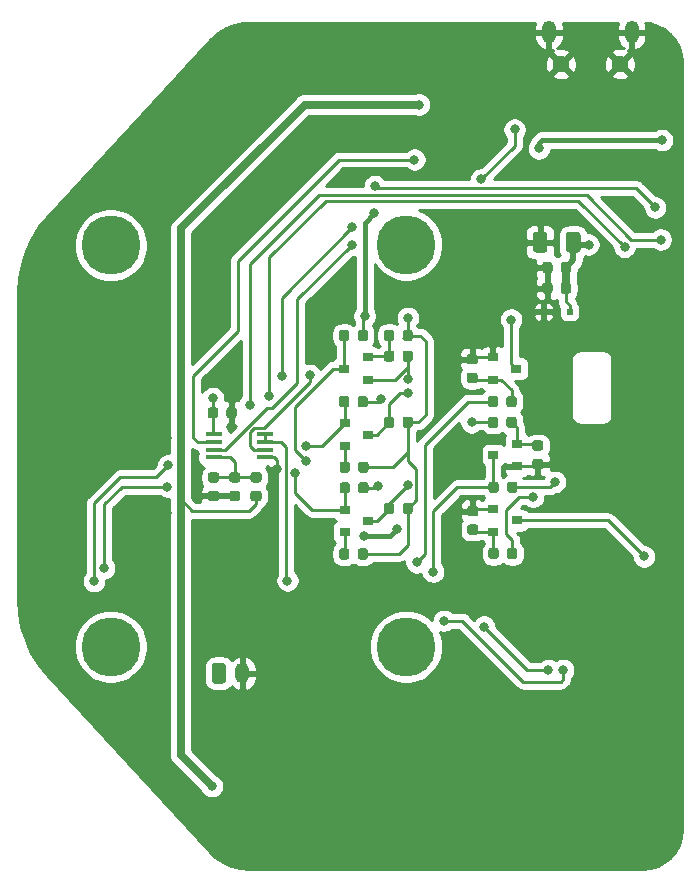
<source format=gbl>
%TF.GenerationSoftware,KiCad,Pcbnew,(5.1.6)-1*%
%TF.CreationDate,2021-03-31T15:54:51+07:00*%
%TF.ProjectId,EM_Drone_SUBFLIGHT,454d5f44-726f-46e6-955f-535542464c49,rev?*%
%TF.SameCoordinates,PX7997ee0PY7f50c60*%
%TF.FileFunction,Copper,L2,Bot*%
%TF.FilePolarity,Positive*%
%FSLAX46Y46*%
G04 Gerber Fmt 4.6, Leading zero omitted, Abs format (unit mm)*
G04 Created by KiCad (PCBNEW (5.1.6)-1) date 2021-03-31 15:54:51*
%MOMM*%
%LPD*%
G01*
G04 APERTURE LIST*
%TA.AperFunction,SMDPad,CuDef*%
%ADD10R,1.450000X0.450000*%
%TD*%
%TA.AperFunction,SMDPad,CuDef*%
%ADD11R,0.900000X0.800000*%
%TD*%
%TA.AperFunction,ComponentPad*%
%ADD12O,1.200000X1.900000*%
%TD*%
%TA.AperFunction,ComponentPad*%
%ADD13C,1.450000*%
%TD*%
%TA.AperFunction,ComponentPad*%
%ADD14O,1.200000X1.750000*%
%TD*%
%TA.AperFunction,ComponentPad*%
%ADD15C,0.800000*%
%TD*%
%TA.AperFunction,ComponentPad*%
%ADD16C,5.000000*%
%TD*%
%TA.AperFunction,SMDPad,CuDef*%
%ADD17R,0.500000X0.500000*%
%TD*%
%TA.AperFunction,ViaPad*%
%ADD18C,0.800000*%
%TD*%
%TA.AperFunction,Conductor*%
%ADD19C,0.250000*%
%TD*%
%TA.AperFunction,Conductor*%
%ADD20C,0.400000*%
%TD*%
%TA.AperFunction,Conductor*%
%ADD21C,0.700000*%
%TD*%
%TA.AperFunction,Conductor*%
%ADD22C,0.500000*%
%TD*%
%TA.AperFunction,Conductor*%
%ADD23C,0.254000*%
%TD*%
G04 APERTURE END LIST*
D10*
%TO.P,U2,8*%
%TO.N,+5V*%
X17200000Y37475000D03*
%TO.P,U2,7*%
%TO.N,Net-(Q3-Pad1)*%
X17200000Y36825000D03*
%TO.P,U2,6*%
%TO.N,+3V3*%
X17200000Y36175000D03*
%TO.P,U2,5*%
%TO.N,Net-(C8-Pad1)*%
X17200000Y35525000D03*
%TO.P,U2,4*%
%TO.N,GND*%
X21600000Y35525000D03*
%TO.P,U2,3*%
%TO.N,/Arduino_MEGA/PB7*%
X21600000Y36175000D03*
%TO.P,U2,2*%
%TO.N,Net-(R18-Pad2)*%
X21600000Y36825000D03*
%TO.P,U2,1*%
X21600000Y37475000D03*
%TD*%
%TO.P,R36,2*%
%TO.N,/Arduino_MEGA/RXD2*%
%TA.AperFunction,SMDPad,CuDef*%
G36*
G01*
X28700000Y46106250D02*
X28700000Y45593750D01*
G75*
G02*
X28481250Y45375000I-218750J0D01*
G01*
X28043750Y45375000D01*
G75*
G02*
X27825000Y45593750I0J218750D01*
G01*
X27825000Y46106250D01*
G75*
G02*
X28043750Y46325000I218750J0D01*
G01*
X28481250Y46325000D01*
G75*
G02*
X28700000Y46106250I0J-218750D01*
G01*
G37*
%TD.AperFunction*%
%TO.P,R36,1*%
%TO.N,+5V*%
%TA.AperFunction,SMDPad,CuDef*%
G36*
G01*
X30275000Y46106250D02*
X30275000Y45593750D01*
G75*
G02*
X30056250Y45375000I-218750J0D01*
G01*
X29618750Y45375000D01*
G75*
G02*
X29400000Y45593750I0J218750D01*
G01*
X29400000Y46106250D01*
G75*
G02*
X29618750Y46325000I218750J0D01*
G01*
X30056250Y46325000D01*
G75*
G02*
X30275000Y46106250I0J-218750D01*
G01*
G37*
%TD.AperFunction*%
%TD*%
%TO.P,R35,2*%
%TO.N,/Arduino_MEGA/D6*%
%TA.AperFunction,SMDPad,CuDef*%
G36*
G01*
X28750000Y33206250D02*
X28750000Y32693750D01*
G75*
G02*
X28531250Y32475000I-218750J0D01*
G01*
X28093750Y32475000D01*
G75*
G02*
X27875000Y32693750I0J218750D01*
G01*
X27875000Y33206250D01*
G75*
G02*
X28093750Y33425000I218750J0D01*
G01*
X28531250Y33425000D01*
G75*
G02*
X28750000Y33206250I0J-218750D01*
G01*
G37*
%TD.AperFunction*%
%TO.P,R35,1*%
%TO.N,+5V*%
%TA.AperFunction,SMDPad,CuDef*%
G36*
G01*
X30325000Y33206250D02*
X30325000Y32693750D01*
G75*
G02*
X30106250Y32475000I-218750J0D01*
G01*
X29668750Y32475000D01*
G75*
G02*
X29450000Y32693750I0J218750D01*
G01*
X29450000Y33206250D01*
G75*
G02*
X29668750Y33425000I218750J0D01*
G01*
X30106250Y33425000D01*
G75*
G02*
X30325000Y33206250I0J-218750D01*
G01*
G37*
%TD.AperFunction*%
%TD*%
%TO.P,R34,2*%
%TO.N,/SIM800c/RXD*%
%TA.AperFunction,SMDPad,CuDef*%
G36*
G01*
X28700000Y40506250D02*
X28700000Y39993750D01*
G75*
G02*
X28481250Y39775000I-218750J0D01*
G01*
X28043750Y39775000D01*
G75*
G02*
X27825000Y39993750I0J218750D01*
G01*
X27825000Y40506250D01*
G75*
G02*
X28043750Y40725000I218750J0D01*
G01*
X28481250Y40725000D01*
G75*
G02*
X28700000Y40506250I0J-218750D01*
G01*
G37*
%TD.AperFunction*%
%TO.P,R34,1*%
%TO.N,+5V*%
%TA.AperFunction,SMDPad,CuDef*%
G36*
G01*
X30275000Y40506250D02*
X30275000Y39993750D01*
G75*
G02*
X30056250Y39775000I-218750J0D01*
G01*
X29618750Y39775000D01*
G75*
G02*
X29400000Y39993750I0J218750D01*
G01*
X29400000Y40506250D01*
G75*
G02*
X29618750Y40725000I218750J0D01*
G01*
X30056250Y40725000D01*
G75*
G02*
X30275000Y40506250I0J-218750D01*
G01*
G37*
%TD.AperFunction*%
%TD*%
%TO.P,R33,2*%
%TO.N,Net-(Q7-Pad1)*%
%TA.AperFunction,SMDPad,CuDef*%
G36*
G01*
X28700000Y27606250D02*
X28700000Y27093750D01*
G75*
G02*
X28481250Y26875000I-218750J0D01*
G01*
X28043750Y26875000D01*
G75*
G02*
X27825000Y27093750I0J218750D01*
G01*
X27825000Y27606250D01*
G75*
G02*
X28043750Y27825000I218750J0D01*
G01*
X28481250Y27825000D01*
G75*
G02*
X28700000Y27606250I0J-218750D01*
G01*
G37*
%TD.AperFunction*%
%TO.P,R33,1*%
%TO.N,VDD*%
%TA.AperFunction,SMDPad,CuDef*%
G36*
G01*
X30275000Y27606250D02*
X30275000Y27093750D01*
G75*
G02*
X30056250Y26875000I-218750J0D01*
G01*
X29618750Y26875000D01*
G75*
G02*
X29400000Y27093750I0J218750D01*
G01*
X29400000Y27606250D01*
G75*
G02*
X29618750Y27825000I218750J0D01*
G01*
X30056250Y27825000D01*
G75*
G02*
X30275000Y27606250I0J-218750D01*
G01*
G37*
%TD.AperFunction*%
%TD*%
%TO.P,R32,2*%
%TO.N,Net-(Q6-Pad1)*%
%TA.AperFunction,SMDPad,CuDef*%
G36*
G01*
X28750000Y34956250D02*
X28750000Y34443750D01*
G75*
G02*
X28531250Y34225000I-218750J0D01*
G01*
X28093750Y34225000D01*
G75*
G02*
X27875000Y34443750I0J218750D01*
G01*
X27875000Y34956250D01*
G75*
G02*
X28093750Y35175000I218750J0D01*
G01*
X28531250Y35175000D01*
G75*
G02*
X28750000Y34956250I0J-218750D01*
G01*
G37*
%TD.AperFunction*%
%TO.P,R32,1*%
%TO.N,VDD*%
%TA.AperFunction,SMDPad,CuDef*%
G36*
G01*
X30325000Y34956250D02*
X30325000Y34443750D01*
G75*
G02*
X30106250Y34225000I-218750J0D01*
G01*
X29668750Y34225000D01*
G75*
G02*
X29450000Y34443750I0J218750D01*
G01*
X29450000Y34956250D01*
G75*
G02*
X29668750Y35175000I218750J0D01*
G01*
X30106250Y35175000D01*
G75*
G02*
X30325000Y34956250I0J-218750D01*
G01*
G37*
%TD.AperFunction*%
%TD*%
%TO.P,R31,2*%
%TO.N,Net-(Q5-Pad1)*%
%TA.AperFunction,SMDPad,CuDef*%
G36*
G01*
X32500000Y46106250D02*
X32500000Y45593750D01*
G75*
G02*
X32281250Y45375000I-218750J0D01*
G01*
X31843750Y45375000D01*
G75*
G02*
X31625000Y45593750I0J218750D01*
G01*
X31625000Y46106250D01*
G75*
G02*
X31843750Y46325000I218750J0D01*
G01*
X32281250Y46325000D01*
G75*
G02*
X32500000Y46106250I0J-218750D01*
G01*
G37*
%TD.AperFunction*%
%TO.P,R31,1*%
%TO.N,VDD*%
%TA.AperFunction,SMDPad,CuDef*%
G36*
G01*
X34075000Y46106250D02*
X34075000Y45593750D01*
G75*
G02*
X33856250Y45375000I-218750J0D01*
G01*
X33418750Y45375000D01*
G75*
G02*
X33200000Y45593750I0J218750D01*
G01*
X33200000Y46106250D01*
G75*
G02*
X33418750Y46325000I218750J0D01*
G01*
X33856250Y46325000D01*
G75*
G02*
X34075000Y46106250I0J-218750D01*
G01*
G37*
%TD.AperFunction*%
%TD*%
%TO.P,R30,2*%
%TO.N,GND*%
%TA.AperFunction,SMDPad,CuDef*%
G36*
G01*
X39356250Y43400000D02*
X38843750Y43400000D01*
G75*
G02*
X38625000Y43618750I0J218750D01*
G01*
X38625000Y44056250D01*
G75*
G02*
X38843750Y44275000I218750J0D01*
G01*
X39356250Y44275000D01*
G75*
G02*
X39575000Y44056250I0J-218750D01*
G01*
X39575000Y43618750D01*
G75*
G02*
X39356250Y43400000I-218750J0D01*
G01*
G37*
%TD.AperFunction*%
%TO.P,R30,1*%
%TO.N,Net-(Q4-Pad1)*%
%TA.AperFunction,SMDPad,CuDef*%
G36*
G01*
X39356250Y41825000D02*
X38843750Y41825000D01*
G75*
G02*
X38625000Y42043750I0J218750D01*
G01*
X38625000Y42481250D01*
G75*
G02*
X38843750Y42700000I218750J0D01*
G01*
X39356250Y42700000D01*
G75*
G02*
X39575000Y42481250I0J-218750D01*
G01*
X39575000Y42043750D01*
G75*
G02*
X39356250Y41825000I-218750J0D01*
G01*
G37*
%TD.AperFunction*%
%TD*%
%TO.P,R29,2*%
%TO.N,/SIM800c/U1_DTR*%
%TA.AperFunction,SMDPad,CuDef*%
G36*
G01*
X32500000Y31456250D02*
X32500000Y30943750D01*
G75*
G02*
X32281250Y30725000I-218750J0D01*
G01*
X31843750Y30725000D01*
G75*
G02*
X31625000Y30943750I0J218750D01*
G01*
X31625000Y31456250D01*
G75*
G02*
X31843750Y31675000I218750J0D01*
G01*
X32281250Y31675000D01*
G75*
G02*
X32500000Y31456250I0J-218750D01*
G01*
G37*
%TD.AperFunction*%
%TO.P,R29,1*%
%TO.N,VDD*%
%TA.AperFunction,SMDPad,CuDef*%
G36*
G01*
X34075000Y31456250D02*
X34075000Y30943750D01*
G75*
G02*
X33856250Y30725000I-218750J0D01*
G01*
X33418750Y30725000D01*
G75*
G02*
X33200000Y30943750I0J218750D01*
G01*
X33200000Y31456250D01*
G75*
G02*
X33418750Y31675000I218750J0D01*
G01*
X33856250Y31675000D01*
G75*
G02*
X34075000Y31456250I0J-218750D01*
G01*
G37*
%TD.AperFunction*%
%TD*%
%TO.P,R28,2*%
%TO.N,/SIM800c/U1_RXD*%
%TA.AperFunction,SMDPad,CuDef*%
G36*
G01*
X32500000Y38756250D02*
X32500000Y38243750D01*
G75*
G02*
X32281250Y38025000I-218750J0D01*
G01*
X31843750Y38025000D01*
G75*
G02*
X31625000Y38243750I0J218750D01*
G01*
X31625000Y38756250D01*
G75*
G02*
X31843750Y38975000I218750J0D01*
G01*
X32281250Y38975000D01*
G75*
G02*
X32500000Y38756250I0J-218750D01*
G01*
G37*
%TD.AperFunction*%
%TO.P,R28,1*%
%TO.N,VDD*%
%TA.AperFunction,SMDPad,CuDef*%
G36*
G01*
X34075000Y38756250D02*
X34075000Y38243750D01*
G75*
G02*
X33856250Y38025000I-218750J0D01*
G01*
X33418750Y38025000D01*
G75*
G02*
X33200000Y38243750I0J218750D01*
G01*
X33200000Y38756250D01*
G75*
G02*
X33418750Y38975000I218750J0D01*
G01*
X33856250Y38975000D01*
G75*
G02*
X34075000Y38756250I0J-218750D01*
G01*
G37*
%TD.AperFunction*%
%TD*%
%TO.P,R27,2*%
%TO.N,/SIM800c/U1_TXD*%
%TA.AperFunction,SMDPad,CuDef*%
G36*
G01*
X33200000Y43843750D02*
X33200000Y44356250D01*
G75*
G02*
X33418750Y44575000I218750J0D01*
G01*
X33856250Y44575000D01*
G75*
G02*
X34075000Y44356250I0J-218750D01*
G01*
X34075000Y43843750D01*
G75*
G02*
X33856250Y43625000I-218750J0D01*
G01*
X33418750Y43625000D01*
G75*
G02*
X33200000Y43843750I0J218750D01*
G01*
G37*
%TD.AperFunction*%
%TO.P,R27,1*%
%TO.N,Net-(Q5-Pad1)*%
%TA.AperFunction,SMDPad,CuDef*%
G36*
G01*
X31625000Y43843750D02*
X31625000Y44356250D01*
G75*
G02*
X31843750Y44575000I218750J0D01*
G01*
X32281250Y44575000D01*
G75*
G02*
X32500000Y44356250I0J-218750D01*
G01*
X32500000Y43843750D01*
G75*
G02*
X32281250Y43625000I-218750J0D01*
G01*
X31843750Y43625000D01*
G75*
G02*
X31625000Y43843750I0J218750D01*
G01*
G37*
%TD.AperFunction*%
%TD*%
%TO.P,R26,2*%
%TO.N,/Arduino_MEGA/D5*%
%TA.AperFunction,SMDPad,CuDef*%
G36*
G01*
X41300000Y40506250D02*
X41300000Y39993750D01*
G75*
G02*
X41081250Y39775000I-218750J0D01*
G01*
X40643750Y39775000D01*
G75*
G02*
X40425000Y39993750I0J218750D01*
G01*
X40425000Y40506250D01*
G75*
G02*
X40643750Y40725000I218750J0D01*
G01*
X41081250Y40725000D01*
G75*
G02*
X41300000Y40506250I0J-218750D01*
G01*
G37*
%TD.AperFunction*%
%TO.P,R26,1*%
%TO.N,Net-(Q4-Pad1)*%
%TA.AperFunction,SMDPad,CuDef*%
G36*
G01*
X42875000Y40506250D02*
X42875000Y39993750D01*
G75*
G02*
X42656250Y39775000I-218750J0D01*
G01*
X42218750Y39775000D01*
G75*
G02*
X42000000Y39993750I0J218750D01*
G01*
X42000000Y40506250D01*
G75*
G02*
X42218750Y40725000I218750J0D01*
G01*
X42656250Y40725000D01*
G75*
G02*
X42875000Y40506250I0J-218750D01*
G01*
G37*
%TD.AperFunction*%
%TD*%
%TO.P,R25,2*%
%TO.N,/Arduino_MEGA/D4*%
%TA.AperFunction,SMDPad,CuDef*%
G36*
G01*
X41350000Y33256250D02*
X41350000Y32743750D01*
G75*
G02*
X41131250Y32525000I-218750J0D01*
G01*
X40693750Y32525000D01*
G75*
G02*
X40475000Y32743750I0J218750D01*
G01*
X40475000Y33256250D01*
G75*
G02*
X40693750Y33475000I218750J0D01*
G01*
X41131250Y33475000D01*
G75*
G02*
X41350000Y33256250I0J-218750D01*
G01*
G37*
%TD.AperFunction*%
%TO.P,R25,1*%
%TO.N,/SIM800c/VBAT*%
%TA.AperFunction,SMDPad,CuDef*%
G36*
G01*
X42925000Y33256250D02*
X42925000Y32743750D01*
G75*
G02*
X42706250Y32525000I-218750J0D01*
G01*
X42268750Y32525000D01*
G75*
G02*
X42050000Y32743750I0J218750D01*
G01*
X42050000Y33256250D01*
G75*
G02*
X42268750Y33475000I218750J0D01*
G01*
X42706250Y33475000D01*
G75*
G02*
X42925000Y33256250I0J-218750D01*
G01*
G37*
%TD.AperFunction*%
%TD*%
%TO.P,R24,2*%
%TO.N,GND*%
%TA.AperFunction,SMDPad,CuDef*%
G36*
G01*
X44393750Y35400000D02*
X44906250Y35400000D01*
G75*
G02*
X45125000Y35181250I0J-218750D01*
G01*
X45125000Y34743750D01*
G75*
G02*
X44906250Y34525000I-218750J0D01*
G01*
X44393750Y34525000D01*
G75*
G02*
X44175000Y34743750I0J218750D01*
G01*
X44175000Y35181250D01*
G75*
G02*
X44393750Y35400000I218750J0D01*
G01*
G37*
%TD.AperFunction*%
%TO.P,R24,1*%
%TO.N,Net-(Q2-Pad1)*%
%TA.AperFunction,SMDPad,CuDef*%
G36*
G01*
X44393750Y36975000D02*
X44906250Y36975000D01*
G75*
G02*
X45125000Y36756250I0J-218750D01*
G01*
X45125000Y36318750D01*
G75*
G02*
X44906250Y36100000I-218750J0D01*
G01*
X44393750Y36100000D01*
G75*
G02*
X44175000Y36318750I0J218750D01*
G01*
X44175000Y36756250D01*
G75*
G02*
X44393750Y36975000I218750J0D01*
G01*
G37*
%TD.AperFunction*%
%TD*%
%TO.P,R23,2*%
%TO.N,/SIM800c/STATUS*%
%TA.AperFunction,SMDPad,CuDef*%
G36*
G01*
X41300000Y38756250D02*
X41300000Y38243750D01*
G75*
G02*
X41081250Y38025000I-218750J0D01*
G01*
X40643750Y38025000D01*
G75*
G02*
X40425000Y38243750I0J218750D01*
G01*
X40425000Y38756250D01*
G75*
G02*
X40643750Y38975000I218750J0D01*
G01*
X41081250Y38975000D01*
G75*
G02*
X41300000Y38756250I0J-218750D01*
G01*
G37*
%TD.AperFunction*%
%TO.P,R23,1*%
%TO.N,Net-(Q2-Pad1)*%
%TA.AperFunction,SMDPad,CuDef*%
G36*
G01*
X42875000Y38756250D02*
X42875000Y38243750D01*
G75*
G02*
X42656250Y38025000I-218750J0D01*
G01*
X42218750Y38025000D01*
G75*
G02*
X42000000Y38243750I0J218750D01*
G01*
X42000000Y38756250D01*
G75*
G02*
X42218750Y38975000I218750J0D01*
G01*
X42656250Y38975000D01*
G75*
G02*
X42875000Y38756250I0J-218750D01*
G01*
G37*
%TD.AperFunction*%
%TD*%
%TO.P,R21,2*%
%TO.N,GND*%
%TA.AperFunction,SMDPad,CuDef*%
G36*
G01*
X39406250Y30550000D02*
X38893750Y30550000D01*
G75*
G02*
X38675000Y30768750I0J218750D01*
G01*
X38675000Y31206250D01*
G75*
G02*
X38893750Y31425000I218750J0D01*
G01*
X39406250Y31425000D01*
G75*
G02*
X39625000Y31206250I0J-218750D01*
G01*
X39625000Y30768750D01*
G75*
G02*
X39406250Y30550000I-218750J0D01*
G01*
G37*
%TD.AperFunction*%
%TO.P,R21,1*%
%TO.N,Net-(Q1-Pad1)*%
%TA.AperFunction,SMDPad,CuDef*%
G36*
G01*
X39406250Y28975000D02*
X38893750Y28975000D01*
G75*
G02*
X38675000Y29193750I0J218750D01*
G01*
X38675000Y29631250D01*
G75*
G02*
X38893750Y29850000I218750J0D01*
G01*
X39406250Y29850000D01*
G75*
G02*
X39625000Y29631250I0J-218750D01*
G01*
X39625000Y29193750D01*
G75*
G02*
X39406250Y28975000I-218750J0D01*
G01*
G37*
%TD.AperFunction*%
%TD*%
%TO.P,R16,2*%
%TO.N,GND*%
%TA.AperFunction,SMDPad,CuDef*%
G36*
G01*
X18743750Y32700000D02*
X19256250Y32700000D01*
G75*
G02*
X19475000Y32481250I0J-218750D01*
G01*
X19475000Y32043750D01*
G75*
G02*
X19256250Y31825000I-218750J0D01*
G01*
X18743750Y31825000D01*
G75*
G02*
X18525000Y32043750I0J218750D01*
G01*
X18525000Y32481250D01*
G75*
G02*
X18743750Y32700000I218750J0D01*
G01*
G37*
%TD.AperFunction*%
%TO.P,R16,1*%
%TO.N,Net-(C8-Pad1)*%
%TA.AperFunction,SMDPad,CuDef*%
G36*
G01*
X18743750Y34275000D02*
X19256250Y34275000D01*
G75*
G02*
X19475000Y34056250I0J-218750D01*
G01*
X19475000Y33618750D01*
G75*
G02*
X19256250Y33400000I-218750J0D01*
G01*
X18743750Y33400000D01*
G75*
G02*
X18525000Y33618750I0J218750D01*
G01*
X18525000Y34056250D01*
G75*
G02*
X18743750Y34275000I218750J0D01*
G01*
G37*
%TD.AperFunction*%
%TD*%
%TO.P,R15,2*%
%TO.N,Net-(C8-Pad1)*%
%TA.AperFunction,SMDPad,CuDef*%
G36*
G01*
X21056250Y33400000D02*
X20543750Y33400000D01*
G75*
G02*
X20325000Y33618750I0J218750D01*
G01*
X20325000Y34056250D01*
G75*
G02*
X20543750Y34275000I218750J0D01*
G01*
X21056250Y34275000D01*
G75*
G02*
X21275000Y34056250I0J-218750D01*
G01*
X21275000Y33618750D01*
G75*
G02*
X21056250Y33400000I-218750J0D01*
G01*
G37*
%TD.AperFunction*%
%TO.P,R15,1*%
%TO.N,VIN*%
%TA.AperFunction,SMDPad,CuDef*%
G36*
G01*
X21056250Y31825000D02*
X20543750Y31825000D01*
G75*
G02*
X20325000Y32043750I0J218750D01*
G01*
X20325000Y32481250D01*
G75*
G02*
X20543750Y32700000I218750J0D01*
G01*
X21056250Y32700000D01*
G75*
G02*
X21275000Y32481250I0J-218750D01*
G01*
X21275000Y32043750D01*
G75*
G02*
X21056250Y31825000I-218750J0D01*
G01*
G37*
%TD.AperFunction*%
%TD*%
%TO.P,R13,2*%
%TO.N,/SIM800c/NETLIGHT*%
%TA.AperFunction,SMDPad,CuDef*%
G36*
G01*
X42050000Y27143750D02*
X42050000Y27656250D01*
G75*
G02*
X42268750Y27875000I218750J0D01*
G01*
X42706250Y27875000D01*
G75*
G02*
X42925000Y27656250I0J-218750D01*
G01*
X42925000Y27143750D01*
G75*
G02*
X42706250Y26925000I-218750J0D01*
G01*
X42268750Y26925000D01*
G75*
G02*
X42050000Y27143750I0J218750D01*
G01*
G37*
%TD.AperFunction*%
%TO.P,R13,1*%
%TO.N,Net-(Q1-Pad1)*%
%TA.AperFunction,SMDPad,CuDef*%
G36*
G01*
X40475000Y27143750D02*
X40475000Y27656250D01*
G75*
G02*
X40693750Y27875000I218750J0D01*
G01*
X41131250Y27875000D01*
G75*
G02*
X41350000Y27656250I0J-218750D01*
G01*
X41350000Y27143750D01*
G75*
G02*
X41131250Y26925000I-218750J0D01*
G01*
X40693750Y26925000D01*
G75*
G02*
X40475000Y27143750I0J218750D01*
G01*
G37*
%TD.AperFunction*%
%TD*%
D11*
%TO.P,Q7,3*%
%TO.N,/SIM800c/U1_DTR*%
X30300000Y30150000D03*
%TO.P,Q7,2*%
%TO.N,/Arduino_MEGA/D6*%
X28300000Y31100000D03*
%TO.P,Q7,1*%
%TO.N,Net-(Q7-Pad1)*%
X28300000Y29200000D03*
%TD*%
%TO.P,Q6,3*%
%TO.N,/SIM800c/U1_RXD*%
X30300000Y37450000D03*
%TO.P,Q6,2*%
%TO.N,/SIM800c/RXD*%
X28300000Y38400000D03*
%TO.P,Q6,1*%
%TO.N,Net-(Q6-Pad1)*%
X28300000Y36500000D03*
%TD*%
%TO.P,Q5,3*%
%TO.N,/Arduino_MEGA/RXD2*%
X28250000Y43050000D03*
%TO.P,Q5,2*%
%TO.N,/SIM800c/U1_TXD*%
X30250000Y42100000D03*
%TO.P,Q5,1*%
%TO.N,Net-(Q5-Pad1)*%
X30250000Y44000000D03*
%TD*%
%TO.P,Q4,3*%
%TO.N,/SIM800c/PWRKEY*%
X42850000Y43050000D03*
%TO.P,Q4,2*%
%TO.N,GND*%
X40850000Y44000000D03*
%TO.P,Q4,1*%
%TO.N,Net-(Q4-Pad1)*%
X40850000Y42100000D03*
%TD*%
%TO.P,Q2,3*%
%TO.N,/Arduino_MEGA/D4*%
X40900000Y35750000D03*
%TO.P,Q2,2*%
%TO.N,GND*%
X42900000Y34800000D03*
%TO.P,Q2,1*%
%TO.N,Net-(Q2-Pad1)*%
X42900000Y36700000D03*
%TD*%
%TO.P,Q1,3*%
%TO.N,Net-(Q1-Pad3)*%
X42900000Y30200000D03*
%TO.P,Q1,2*%
%TO.N,GND*%
X40900000Y31150000D03*
%TO.P,Q1,1*%
%TO.N,Net-(Q1-Pad1)*%
X40900000Y29250000D03*
%TD*%
D12*
%TO.P,J5,6*%
%TO.N,GND*%
X45600000Y71537500D03*
X52600000Y71537500D03*
D13*
X46600000Y68837500D03*
X51600000Y68837500D03*
%TD*%
D14*
%TO.P,J2,2*%
%TO.N,GND*%
X19650000Y17250000D03*
%TO.P,J2,1*%
%TO.N,Net-(F1-Pad2)*%
%TA.AperFunction,ComponentPad*%
G36*
G01*
X17050000Y16624999D02*
X17050000Y17875001D01*
G75*
G02*
X17299999Y18125000I249999J0D01*
G01*
X18000001Y18125000D01*
G75*
G02*
X18250000Y17875001I0J-249999D01*
G01*
X18250000Y16624999D01*
G75*
G02*
X18000001Y16375000I-249999J0D01*
G01*
X17299999Y16375000D01*
G75*
G02*
X17050000Y16624999I0J249999D01*
G01*
G37*
%TD.AperFunction*%
%TD*%
D15*
%TO.P,H4,1*%
%TO.N,N/C*%
X34825825Y54875825D03*
X33500000Y55425000D03*
X32174175Y54875825D03*
X31625000Y53550000D03*
X32174175Y52224175D03*
X33500000Y51675000D03*
X34825825Y52224175D03*
X35375000Y53550000D03*
D16*
X33500000Y53550000D03*
%TD*%
D15*
%TO.P,H3,1*%
%TO.N,N/C*%
X34825825Y20825825D03*
X33500000Y21375000D03*
X32174175Y20825825D03*
X31625000Y19500000D03*
X32174175Y18174175D03*
X33500000Y17625000D03*
X34825825Y18174175D03*
X35375000Y19500000D03*
D16*
X33500000Y19500000D03*
%TD*%
D15*
%TO.P,H2,1*%
%TO.N,N/C*%
X9825825Y54825825D03*
X8500000Y55375000D03*
X7174175Y54825825D03*
X6625000Y53500000D03*
X7174175Y52174175D03*
X8500000Y51625000D03*
X9825825Y52174175D03*
X10375000Y53500000D03*
D16*
X8500000Y53500000D03*
%TD*%
D15*
%TO.P,H1,1*%
%TO.N,N/C*%
X9825825Y20825825D03*
X8500000Y21375000D03*
X7174175Y20825825D03*
X6625000Y19500000D03*
X7174175Y18174175D03*
X8500000Y17625000D03*
X9825825Y18174175D03*
X10375000Y19500000D03*
D16*
X8500000Y19500000D03*
%TD*%
D17*
%TO.P,D7,2*%
%TO.N,GND*%
X45150000Y47850000D03*
%TO.P,D7,1*%
%TO.N,/SIM800c/VBAT*%
X47350000Y47850000D03*
%TD*%
%TO.P,C27,2*%
%TO.N,GND*%
%TA.AperFunction,SMDPad,CuDef*%
G36*
G01*
X45900000Y50106250D02*
X45900000Y49593750D01*
G75*
G02*
X45681250Y49375000I-218750J0D01*
G01*
X45243750Y49375000D01*
G75*
G02*
X45025000Y49593750I0J218750D01*
G01*
X45025000Y50106250D01*
G75*
G02*
X45243750Y50325000I218750J0D01*
G01*
X45681250Y50325000D01*
G75*
G02*
X45900000Y50106250I0J-218750D01*
G01*
G37*
%TD.AperFunction*%
%TO.P,C27,1*%
%TO.N,/SIM800c/VBAT*%
%TA.AperFunction,SMDPad,CuDef*%
G36*
G01*
X47475000Y50106250D02*
X47475000Y49593750D01*
G75*
G02*
X47256250Y49375000I-218750J0D01*
G01*
X46818750Y49375000D01*
G75*
G02*
X46600000Y49593750I0J218750D01*
G01*
X46600000Y50106250D01*
G75*
G02*
X46818750Y50325000I218750J0D01*
G01*
X47256250Y50325000D01*
G75*
G02*
X47475000Y50106250I0J-218750D01*
G01*
G37*
%TD.AperFunction*%
%TD*%
%TO.P,C24,2*%
%TO.N,GND*%
%TA.AperFunction,SMDPad,CuDef*%
G36*
G01*
X45900000Y51856250D02*
X45900000Y51343750D01*
G75*
G02*
X45681250Y51125000I-218750J0D01*
G01*
X45243750Y51125000D01*
G75*
G02*
X45025000Y51343750I0J218750D01*
G01*
X45025000Y51856250D01*
G75*
G02*
X45243750Y52075000I218750J0D01*
G01*
X45681250Y52075000D01*
G75*
G02*
X45900000Y51856250I0J-218750D01*
G01*
G37*
%TD.AperFunction*%
%TO.P,C24,1*%
%TO.N,/SIM800c/VBAT*%
%TA.AperFunction,SMDPad,CuDef*%
G36*
G01*
X47475000Y51856250D02*
X47475000Y51343750D01*
G75*
G02*
X47256250Y51125000I-218750J0D01*
G01*
X46818750Y51125000D01*
G75*
G02*
X46600000Y51343750I0J218750D01*
G01*
X46600000Y51856250D01*
G75*
G02*
X46818750Y52075000I218750J0D01*
G01*
X47256250Y52075000D01*
G75*
G02*
X47475000Y51856250I0J-218750D01*
G01*
G37*
%TD.AperFunction*%
%TD*%
%TO.P,C22,2*%
%TO.N,GND*%
%TA.AperFunction,SMDPad,CuDef*%
G36*
G01*
X45475000Y54375000D02*
X45475000Y53125000D01*
G75*
G02*
X45225000Y52875000I-250000J0D01*
G01*
X44475000Y52875000D01*
G75*
G02*
X44225000Y53125000I0J250000D01*
G01*
X44225000Y54375000D01*
G75*
G02*
X44475000Y54625000I250000J0D01*
G01*
X45225000Y54625000D01*
G75*
G02*
X45475000Y54375000I0J-250000D01*
G01*
G37*
%TD.AperFunction*%
%TO.P,C22,1*%
%TO.N,/SIM800c/VBAT*%
%TA.AperFunction,SMDPad,CuDef*%
G36*
G01*
X48275000Y54375000D02*
X48275000Y53125000D01*
G75*
G02*
X48025000Y52875000I-250000J0D01*
G01*
X47275000Y52875000D01*
G75*
G02*
X47025000Y53125000I0J250000D01*
G01*
X47025000Y54375000D01*
G75*
G02*
X47275000Y54625000I250000J0D01*
G01*
X48025000Y54625000D01*
G75*
G02*
X48275000Y54375000I0J-250000D01*
G01*
G37*
%TD.AperFunction*%
%TD*%
%TO.P,C8,2*%
%TO.N,GND*%
%TA.AperFunction,SMDPad,CuDef*%
G36*
G01*
X16943750Y32700000D02*
X17456250Y32700000D01*
G75*
G02*
X17675000Y32481250I0J-218750D01*
G01*
X17675000Y32043750D01*
G75*
G02*
X17456250Y31825000I-218750J0D01*
G01*
X16943750Y31825000D01*
G75*
G02*
X16725000Y32043750I0J218750D01*
G01*
X16725000Y32481250D01*
G75*
G02*
X16943750Y32700000I218750J0D01*
G01*
G37*
%TD.AperFunction*%
%TO.P,C8,1*%
%TO.N,Net-(C8-Pad1)*%
%TA.AperFunction,SMDPad,CuDef*%
G36*
G01*
X16943750Y34275000D02*
X17456250Y34275000D01*
G75*
G02*
X17675000Y34056250I0J-218750D01*
G01*
X17675000Y33618750D01*
G75*
G02*
X17456250Y33400000I-218750J0D01*
G01*
X16943750Y33400000D01*
G75*
G02*
X16725000Y33618750I0J218750D01*
G01*
X16725000Y34056250D01*
G75*
G02*
X16943750Y34275000I218750J0D01*
G01*
G37*
%TD.AperFunction*%
%TD*%
%TO.P,C7,2*%
%TO.N,GND*%
%TA.AperFunction,SMDPad,CuDef*%
G36*
G01*
X18287500Y39043750D02*
X18287500Y39556250D01*
G75*
G02*
X18506250Y39775000I218750J0D01*
G01*
X18943750Y39775000D01*
G75*
G02*
X19162500Y39556250I0J-218750D01*
G01*
X19162500Y39043750D01*
G75*
G02*
X18943750Y38825000I-218750J0D01*
G01*
X18506250Y38825000D01*
G75*
G02*
X18287500Y39043750I0J218750D01*
G01*
G37*
%TD.AperFunction*%
%TO.P,C7,1*%
%TO.N,+5V*%
%TA.AperFunction,SMDPad,CuDef*%
G36*
G01*
X16712500Y39043750D02*
X16712500Y39556250D01*
G75*
G02*
X16931250Y39775000I218750J0D01*
G01*
X17368750Y39775000D01*
G75*
G02*
X17587500Y39556250I0J-218750D01*
G01*
X17587500Y39043750D01*
G75*
G02*
X17368750Y38825000I-218750J0D01*
G01*
X16931250Y38825000D01*
G75*
G02*
X16712500Y39043750I0J218750D01*
G01*
G37*
%TD.AperFunction*%
%TD*%
D18*
%TO.N,GND*%
X51350000Y44000000D03*
X53300000Y38250000D03*
X26000000Y45750000D03*
X55750000Y24800000D03*
X47000000Y23000000D03*
X41800000Y21550000D03*
X15900000Y32250000D03*
X13300000Y37150000D03*
X22550000Y34550000D03*
X11500000Y44100000D03*
X11400000Y28000000D03*
X6750000Y33200000D03*
X13250000Y30850000D03*
X23300000Y21200000D03*
X25300000Y25200000D03*
X17550000Y22800000D03*
X25400000Y48350000D03*
X17900000Y54500000D03*
X17950000Y62750000D03*
X18000000Y69000000D03*
X55950000Y56400000D03*
X52850000Y64200000D03*
X40750000Y49250000D03*
X18050000Y51700000D03*
X18700000Y38100000D03*
X39050000Y34750000D03*
X37950000Y54650000D03*
%TO.N,+5V*%
X17150000Y40550000D03*
X29900000Y28850000D03*
X32750000Y29500000D03*
X31350000Y40450000D03*
X30000000Y47500000D03*
X31150000Y33100000D03*
X30800000Y56200000D03*
%TO.N,/Arduino_MEGA/RESET*%
X28950000Y55000000D03*
X22973701Y42455983D03*
X30850000Y58500000D03*
X54600000Y56700000D03*
%TO.N,VIN*%
X34600000Y65400000D03*
X17050000Y7700000D03*
%TO.N,+3V3*%
X28950000Y53550000D03*
X42700000Y63300000D03*
X39856710Y59075010D03*
%TO.N,VBUS*%
X55150000Y62400000D03*
X44750000Y61700000D03*
%TO.N,/SIM800c/VBAT*%
X48950000Y53550000D03*
X46100000Y33450000D03*
%TO.N,Net-(D10-Pad4)*%
X46800000Y17550000D03*
X36700000Y21700000D03*
%TO.N,Net-(Q1-Pad3)*%
X53650000Y27150000D03*
%TO.N,/Arduino_MEGA/D4*%
X35800000Y25850000D03*
%TO.N,Net-(Q3-Pad1)*%
X34200000Y60750000D03*
%TO.N,/SIM800c/PWRKEY*%
X42400000Y47200000D03*
%TO.N,/Arduino_MEGA/RXD2*%
X25050000Y35200000D03*
%TO.N,/SIM800c/U1_TXD*%
X33650000Y42150000D03*
%TO.N,/SIM800c/U1_RXD*%
X33650000Y40950000D03*
%TO.N,/SIM800c/RXD*%
X25050000Y36500000D03*
%TO.N,/SIM800c/U1_DTR*%
X33650000Y33200000D03*
%TO.N,/Arduino_MEGA/D6*%
X24100000Y34200000D03*
%TO.N,/Arduino_MEGA/TX0*%
X52000000Y53350000D03*
X21930561Y40764417D03*
%TO.N,/Arduino_MEGA/RX0*%
X55061708Y53975912D03*
X20250000Y40000000D03*
%TO.N,/SIM800c/NETLIGHT*%
X44250000Y32200000D03*
%TO.N,Net-(R18-Pad2)*%
X23450000Y25100000D03*
%TO.N,/SIM800c/STATUS*%
X39050000Y38500000D03*
%TO.N,/Arduino_MEGA/D5*%
X34400000Y26650000D03*
%TO.N,VDD*%
X33650000Y47350000D03*
%TO.N,/Arduino_MEGA/PB7*%
X25350000Y42500000D03*
%TO.N,/Arduino_MEGA/D9*%
X7100000Y25050000D03*
X13350000Y34850000D03*
%TO.N,/Arduino_MEGA/D8*%
X13300000Y33050000D03*
X7950000Y26150000D03*
%TO.N,Net-(D10-Pad3)*%
X45550000Y17550000D03*
X40100000Y21200000D03*
%TD*%
D19*
%TO.N,GND*%
X39312500Y31150000D02*
X39150000Y30987500D01*
X40900000Y31150000D02*
X39312500Y31150000D01*
X44487500Y34800000D02*
X44650000Y34962500D01*
X42900000Y34800000D02*
X44487500Y34800000D01*
X39262500Y44000000D02*
X39100000Y43837500D01*
X40850000Y44000000D02*
X39262500Y44000000D01*
X17200000Y32262500D02*
X19000000Y32262500D01*
X17200000Y32262500D02*
X15912500Y32262500D01*
X15912500Y32262500D02*
X15900000Y32250000D01*
X21600000Y35525000D02*
X22325000Y35525000D01*
X22325000Y35525000D02*
X22550000Y35300000D01*
X22550000Y35300000D02*
X22550000Y34550000D01*
X18725000Y38125000D02*
X18700000Y38100000D01*
X18725000Y39300000D02*
X18725000Y38125000D01*
%TO.N,+5V*%
X17150000Y37525000D02*
X17200000Y37475000D01*
X17150000Y39300000D02*
X17150000Y37525000D01*
X17100000Y39350000D02*
X17150000Y39300000D01*
X17150000Y39300000D02*
X17150000Y40550000D01*
D20*
X29900000Y28850000D02*
X32100000Y28850000D01*
X32100000Y28850000D02*
X32750000Y29500000D01*
D19*
X29837500Y45850000D02*
X29750000Y45850000D01*
X31150000Y40250000D02*
X31350000Y40450000D01*
X29837500Y40250000D02*
X31150000Y40250000D01*
X29837500Y47337500D02*
X30000000Y47500000D01*
X29837500Y45850000D02*
X29837500Y47337500D01*
X29887500Y32950000D02*
X31000000Y32950000D01*
X31000000Y32950000D02*
X31150000Y33100000D01*
D20*
X30000000Y47500000D02*
X30000000Y55400000D01*
X30000000Y55400000D02*
X30800000Y56200000D01*
D19*
%TO.N,/Arduino_MEGA/RESET*%
X28950000Y55000000D02*
X22973701Y49023701D01*
X22973701Y49023701D02*
X22973701Y42455983D01*
X30850000Y58500000D02*
X31000000Y58350000D01*
X31000000Y58350000D02*
X52950000Y58350000D01*
X52950000Y58350000D02*
X54600000Y56700000D01*
%TO.N,Net-(C8-Pad1)*%
X20800000Y33837500D02*
X17200000Y33837500D01*
X17200000Y35525000D02*
X18625000Y35525000D01*
X19000000Y35150000D02*
X19000000Y33837500D01*
X18625000Y35525000D02*
X19000000Y35150000D01*
D21*
%TO.N,VIN*%
X34600000Y65400000D02*
X24914002Y65400000D01*
D19*
X20800000Y32262500D02*
X20800000Y31600000D01*
X20800000Y31600000D02*
X20200000Y31000000D01*
D21*
X15950000Y8800000D02*
X17050000Y7700000D01*
X14432001Y10317999D02*
X15950000Y8800000D01*
X24914002Y65400000D02*
X14432001Y54917999D01*
D19*
X15400000Y31000000D02*
X14432001Y31967999D01*
X20200000Y31000000D02*
X15400000Y31000000D01*
D21*
X14432001Y54917999D02*
X14432001Y31967999D01*
X14432001Y31967999D02*
X14432001Y10317999D01*
D19*
%TO.N,+3V3*%
X42700000Y63300000D02*
X42700000Y61918300D01*
X42700000Y61918300D02*
X39856710Y59075010D01*
X22150000Y39700000D02*
X24300000Y41850000D01*
X24300000Y48900000D02*
X28950000Y53550000D01*
X17200000Y36175000D02*
X18175000Y36175000D01*
X21700000Y39700000D02*
X22150000Y39700000D01*
X24300000Y41850000D02*
X24300000Y48900000D01*
X18175000Y36175000D02*
X21700000Y39700000D01*
D20*
%TO.N,VBUS*%
X55150000Y62400000D02*
X45000000Y62400000D01*
X45000000Y62400000D02*
X44750000Y62150000D01*
X44750000Y62150000D02*
X44750000Y61700000D01*
D21*
%TO.N,/SIM800c/VBAT*%
X47850000Y53550000D02*
X47650000Y53750000D01*
D22*
X48950000Y53550000D02*
X47850000Y53550000D01*
X47650000Y52212500D02*
X47037500Y51600000D01*
X47650000Y53750000D02*
X47650000Y52212500D01*
D21*
X47037500Y51600000D02*
X47037500Y49850000D01*
D19*
X47350000Y48400000D02*
X47037500Y48712500D01*
X47350000Y47850000D02*
X47350000Y48400000D01*
X47037500Y49850000D02*
X47037500Y48712500D01*
X45650000Y33000000D02*
X42487500Y33000000D01*
X46100000Y33450000D02*
X45650000Y33000000D01*
%TO.N,Net-(D10-Pad4)*%
X46600000Y16550000D02*
X46800000Y16750000D01*
X46800000Y16750000D02*
X46800000Y17550000D01*
X43400000Y16550000D02*
X46600000Y16550000D01*
X36700000Y21700000D02*
X38250000Y21700000D01*
X38250000Y21700000D02*
X43400000Y16550000D01*
%TO.N,Net-(Q1-Pad3)*%
X42900000Y30200000D02*
X50600000Y30200000D01*
X50600000Y30200000D02*
X53650000Y27150000D01*
%TO.N,Net-(Q1-Pad1)*%
X39312500Y29250000D02*
X39150000Y29412500D01*
X40900000Y29250000D02*
X39312500Y29250000D01*
X40900000Y27412500D02*
X40912500Y27400000D01*
X40900000Y29250000D02*
X40900000Y27412500D01*
%TO.N,/Arduino_MEGA/D4*%
X40900000Y33012500D02*
X40912500Y33000000D01*
X40900000Y35750000D02*
X40900000Y33012500D01*
X35800000Y25850000D02*
X35800000Y30950000D01*
X37850000Y33000000D02*
X40912500Y33000000D01*
X35800000Y30950000D02*
X37850000Y33000000D01*
%TO.N,Net-(Q2-Pad1)*%
X42900000Y38037500D02*
X42437500Y38500000D01*
X42900000Y36700000D02*
X42900000Y38037500D01*
X44487500Y36700000D02*
X44650000Y36537500D01*
X42900000Y36700000D02*
X44487500Y36700000D01*
%TO.N,Net-(Q3-Pad1)*%
X17200000Y36825000D02*
X15875000Y36825000D01*
X15875000Y36825000D02*
X15500000Y37200000D01*
X15500000Y37200000D02*
X15500000Y42450000D01*
X15500000Y42450000D02*
X19300000Y46250000D01*
X19300000Y46250000D02*
X19300000Y52200000D01*
X19300000Y52200000D02*
X27850000Y60750000D01*
X27850000Y60750000D02*
X34200000Y60750000D01*
%TO.N,/SIM800c/PWRKEY*%
X42400000Y43500000D02*
X42850000Y43050000D01*
X42400000Y47200000D02*
X42400000Y43500000D01*
%TO.N,Net-(Q4-Pad1)*%
X39262500Y42100000D02*
X39100000Y42262500D01*
X40850000Y42100000D02*
X39262500Y42100000D01*
X40850000Y42100000D02*
X41550000Y42100000D01*
X42437500Y41212500D02*
X42437500Y40250000D01*
X41550000Y42100000D02*
X42437500Y41212500D01*
%TO.N,/Arduino_MEGA/RXD2*%
X24100000Y36150000D02*
X25050000Y35200000D01*
X24100000Y39800000D02*
X24100000Y36150000D01*
X28250000Y43050000D02*
X27350000Y43050000D01*
X27350000Y43050000D02*
X24100000Y39800000D01*
X28262500Y43062500D02*
X28250000Y43050000D01*
X28262500Y45850000D02*
X28262500Y43062500D01*
%TO.N,/SIM800c/U1_TXD*%
X30250000Y42100000D02*
X32550000Y42100000D01*
X33637500Y43187500D02*
X33637500Y44100000D01*
X32550000Y42100000D02*
X33637500Y43187500D01*
X33650000Y44087500D02*
X33637500Y44100000D01*
X33650000Y42150000D02*
X33650000Y44087500D01*
%TO.N,Net-(Q5-Pad1)*%
X32062500Y45850000D02*
X32062500Y44100000D01*
X30350000Y44100000D02*
X30250000Y44000000D01*
X32062500Y44100000D02*
X30350000Y44100000D01*
%TO.N,/SIM800c/U1_RXD*%
X31012500Y37450000D02*
X32062500Y38500000D01*
X30300000Y37450000D02*
X31012500Y37450000D01*
X32062500Y38500000D02*
X32062500Y40062500D01*
X32950000Y40950000D02*
X33650000Y40950000D01*
X32062500Y40062500D02*
X32950000Y40950000D01*
%TO.N,/SIM800c/RXD*%
X26400000Y36500000D02*
X28300000Y38400000D01*
X25050000Y36500000D02*
X26400000Y36500000D01*
X28300000Y40212500D02*
X28262500Y40250000D01*
X28300000Y38400000D02*
X28300000Y40212500D01*
%TO.N,Net-(Q6-Pad1)*%
X28300000Y34712500D02*
X28312500Y34700000D01*
X28300000Y36500000D02*
X28300000Y34712500D01*
%TO.N,/SIM800c/U1_DTR*%
X31012500Y30150000D02*
X32062500Y31200000D01*
X30300000Y30150000D02*
X31012500Y30150000D01*
X32062500Y31612500D02*
X33650000Y33200000D01*
X32062500Y31200000D02*
X32062500Y31612500D01*
%TO.N,/Arduino_MEGA/D6*%
X24100000Y34200000D02*
X24100000Y32550000D01*
X25550000Y31100000D02*
X28300000Y31100000D01*
X24100000Y32550000D02*
X25550000Y31100000D01*
X28300000Y32937500D02*
X28312500Y32950000D01*
X28300000Y31100000D02*
X28300000Y32937500D01*
%TO.N,Net-(Q7-Pad1)*%
X28300000Y27387500D02*
X28262500Y27350000D01*
X28300000Y29200000D02*
X28300000Y27387500D01*
%TO.N,/Arduino_MEGA/TX0*%
X52000000Y53350000D02*
X48100000Y57250000D01*
X48100000Y57250000D02*
X26700000Y57250000D01*
X26700000Y57250000D02*
X21930561Y52480561D01*
X21930561Y52480561D02*
X21930561Y40764417D01*
%TO.N,/Arduino_MEGA/RX0*%
X52574088Y53975912D02*
X55061708Y53975912D01*
X48800000Y57750000D02*
X52574088Y53975912D01*
X26100000Y57750000D02*
X48800000Y57750000D01*
X20250000Y40000000D02*
X20250000Y51900000D01*
X20250000Y51900000D02*
X26100000Y57750000D01*
%TO.N,/SIM800c/NETLIGHT*%
X42487500Y27400000D02*
X42487500Y28512500D01*
X42487500Y28512500D02*
X41950000Y29050000D01*
X41950000Y29050000D02*
X41950000Y31050000D01*
X43100000Y32200000D02*
X44250000Y32200000D01*
X41950000Y31050000D02*
X43100000Y32200000D01*
%TO.N,Net-(R18-Pad2)*%
X21600000Y37475000D02*
X21600000Y36825000D01*
X21600000Y36825000D02*
X22925000Y36825000D01*
X22925000Y36825000D02*
X23300000Y36450000D01*
X23300000Y36450000D02*
X23300000Y25250000D01*
X23300000Y25250000D02*
X23450000Y25100000D01*
%TO.N,/SIM800c/STATUS*%
X39050000Y38500000D02*
X40862500Y38500000D01*
%TO.N,/Arduino_MEGA/D5*%
X35100000Y27350000D02*
X34400000Y26650000D01*
X40862500Y40250000D02*
X38750000Y40250000D01*
X35100000Y36600000D02*
X35100000Y27350000D01*
X38750000Y40250000D02*
X35100000Y36600000D01*
%TO.N,VDD*%
X29837500Y27350000D02*
X32900000Y27350000D01*
X33637500Y28087500D02*
X33637500Y31200000D01*
X32900000Y27350000D02*
X33637500Y28087500D01*
X33637500Y38500000D02*
X34550000Y38500000D01*
X34550000Y38500000D02*
X35150000Y39100000D01*
X35150000Y39100000D02*
X35150000Y45400000D01*
X34700000Y45850000D02*
X33637500Y45850000D01*
X35150000Y45400000D02*
X34700000Y45850000D01*
X33650000Y45862500D02*
X33637500Y45850000D01*
X33650000Y47350000D02*
X33650000Y45862500D01*
X32375000Y34700000D02*
X33637500Y35962500D01*
X33637500Y38500000D02*
X33637500Y35962500D01*
X29887500Y34700000D02*
X32375000Y34700000D01*
X34375002Y31937502D02*
X34375002Y34524998D01*
X34375002Y34524998D02*
X33637500Y35262500D01*
X33637500Y31200000D02*
X34375002Y31937502D01*
X33637500Y35962500D02*
X33637500Y35262500D01*
%TO.N,/Arduino_MEGA/PB7*%
X25350000Y41934315D02*
X21440686Y38025001D01*
X20325000Y36475000D02*
X20625000Y36175000D01*
X20325000Y37688590D02*
X20325000Y36475000D01*
X21440686Y38025001D02*
X20661412Y38025001D01*
X20661412Y38025001D02*
X20325000Y37688590D01*
X25350000Y42500000D02*
X25350000Y41934315D01*
X20625000Y36175000D02*
X21600000Y36175000D01*
%TO.N,/Arduino_MEGA/D9*%
X7100000Y31650000D02*
X7100000Y25050000D01*
X12350000Y33850000D02*
X9300000Y33850000D01*
X13350000Y34850000D02*
X12350000Y33850000D01*
X9300000Y33850000D02*
X7100000Y31650000D01*
%TO.N,/Arduino_MEGA/D8*%
X13300000Y33050000D02*
X9450000Y33050000D01*
X9450000Y33050000D02*
X7950000Y31550000D01*
X7950000Y31550000D02*
X7950000Y26150000D01*
%TO.N,Net-(D10-Pad3)*%
X45550000Y17550000D02*
X43750000Y17550000D01*
X43750000Y17550000D02*
X40100000Y21200000D01*
%TD*%
D23*
%TO.N,GND*%
G36*
X44413507Y72252996D02*
G01*
X44365000Y72014500D01*
X44365000Y71664500D01*
X45473000Y71664500D01*
X45473000Y71684500D01*
X45727000Y71684500D01*
X45727000Y71664500D01*
X46835000Y71664500D01*
X46835000Y72014500D01*
X46786493Y72252996D01*
X46750016Y72340000D01*
X51449984Y72340000D01*
X51413507Y72252996D01*
X51365000Y72014500D01*
X51365000Y71664500D01*
X52473000Y71664500D01*
X52473000Y71684500D01*
X52727000Y71684500D01*
X52727000Y71664500D01*
X53835000Y71664500D01*
X53835000Y72014500D01*
X53786493Y72252996D01*
X53762118Y72311134D01*
X54148127Y72273286D01*
X54771570Y72085057D01*
X55346575Y71779322D01*
X55851245Y71367723D01*
X56266361Y70865935D01*
X56576105Y70293077D01*
X56768682Y69670961D01*
X56840000Y68992417D01*
X56840001Y4032289D01*
X56773286Y3351874D01*
X56585058Y2728433D01*
X56279320Y2153423D01*
X55867719Y1648751D01*
X55365935Y1233640D01*
X54793075Y923895D01*
X54170961Y731319D01*
X53492418Y660001D01*
X20218540Y660001D01*
X19421076Y731173D01*
X18677268Y934656D01*
X17981254Y1266637D01*
X17346294Y1722902D01*
X16987435Y2069997D01*
X3151007Y17059461D01*
X2398115Y17985584D01*
X1778219Y18981125D01*
X1397381Y19808771D01*
X5365000Y19808771D01*
X5365000Y19191229D01*
X5485476Y18585554D01*
X5721799Y18015021D01*
X6064886Y17501554D01*
X6501554Y17064886D01*
X7015021Y16721799D01*
X7585554Y16485476D01*
X8191229Y16365000D01*
X8808771Y16365000D01*
X9414446Y16485476D01*
X9984979Y16721799D01*
X10498446Y17064886D01*
X10935114Y17501554D01*
X11278201Y18015021D01*
X11514524Y18585554D01*
X11635000Y19191229D01*
X11635000Y19808771D01*
X11514524Y20414446D01*
X11278201Y20984979D01*
X10935114Y21498446D01*
X10498446Y21935114D01*
X9984979Y22278201D01*
X9414446Y22514524D01*
X8808771Y22635000D01*
X8191229Y22635000D01*
X7585554Y22514524D01*
X7015021Y22278201D01*
X6501554Y21935114D01*
X6064886Y21498446D01*
X5721799Y20984979D01*
X5485476Y20414446D01*
X5365000Y19808771D01*
X1397381Y19808771D01*
X1287986Y20046509D01*
X935145Y21164938D01*
X725009Y22320164D01*
X660002Y23429165D01*
X660002Y25151939D01*
X6065000Y25151939D01*
X6065000Y24948061D01*
X6104774Y24748102D01*
X6182795Y24559744D01*
X6296063Y24390226D01*
X6440226Y24246063D01*
X6609744Y24132795D01*
X6798102Y24054774D01*
X6998061Y24015000D01*
X7201939Y24015000D01*
X7401898Y24054774D01*
X7590256Y24132795D01*
X7759774Y24246063D01*
X7903937Y24390226D01*
X8017205Y24559744D01*
X8095226Y24748102D01*
X8135000Y24948061D01*
X8135000Y25131522D01*
X8251898Y25154774D01*
X8440256Y25232795D01*
X8609774Y25346063D01*
X8753937Y25490226D01*
X8867205Y25659744D01*
X8945226Y25848102D01*
X8985000Y26048061D01*
X8985000Y26251939D01*
X8945226Y26451898D01*
X8867205Y26640256D01*
X8753937Y26809774D01*
X8710000Y26853711D01*
X8710000Y31235199D01*
X9764802Y32290000D01*
X12596289Y32290000D01*
X12640226Y32246063D01*
X12809744Y32132795D01*
X12998102Y32054774D01*
X13198061Y32015000D01*
X13401939Y32015000D01*
X13447002Y32023964D01*
X13447002Y32016388D01*
X13447001Y32016378D01*
X13447002Y10366389D01*
X13442236Y10317999D01*
X13461254Y10124906D01*
X13517577Y9939233D01*
X13517578Y9939232D01*
X13609042Y9768115D01*
X13732132Y9618129D01*
X13769712Y9587288D01*
X15287709Y8069290D01*
X15287714Y8069286D01*
X16122570Y7234429D01*
X16132795Y7209744D01*
X16246063Y7040226D01*
X16390226Y6896063D01*
X16559744Y6782795D01*
X16748102Y6704774D01*
X16948061Y6665000D01*
X17151939Y6665000D01*
X17351898Y6704774D01*
X17540256Y6782795D01*
X17709774Y6896063D01*
X17853937Y7040226D01*
X17967205Y7209744D01*
X18045226Y7398102D01*
X18085000Y7598061D01*
X18085000Y7801939D01*
X18045226Y8001898D01*
X17967205Y8190256D01*
X17853937Y8359774D01*
X17709774Y8503937D01*
X17540256Y8617205D01*
X17515571Y8627430D01*
X16680714Y9462286D01*
X16680710Y9462291D01*
X15417001Y10725999D01*
X15417001Y17875001D01*
X16411928Y17875001D01*
X16411928Y16624999D01*
X16428992Y16451745D01*
X16479528Y16285149D01*
X16561595Y16131613D01*
X16672038Y15997038D01*
X16806613Y15886595D01*
X16960149Y15804528D01*
X17126745Y15753992D01*
X17299999Y15736928D01*
X18000001Y15736928D01*
X18173255Y15753992D01*
X18339851Y15804528D01*
X18493387Y15886595D01*
X18627962Y15997038D01*
X18738405Y16131613D01*
X18740967Y16136406D01*
X18866526Y16011922D01*
X19069467Y15877579D01*
X19294718Y15785409D01*
X19332391Y15781538D01*
X19523000Y15906269D01*
X19523000Y17123000D01*
X19777000Y17123000D01*
X19777000Y15906269D01*
X19967609Y15781538D01*
X20005282Y15785409D01*
X20230533Y15877579D01*
X20433474Y16011922D01*
X20606307Y16183275D01*
X20742390Y16385054D01*
X20836493Y16609504D01*
X20885000Y16848000D01*
X20885000Y17123000D01*
X19777000Y17123000D01*
X19523000Y17123000D01*
X19503000Y17123000D01*
X19503000Y17377000D01*
X19523000Y17377000D01*
X19523000Y18593731D01*
X19777000Y18593731D01*
X19777000Y17377000D01*
X20885000Y17377000D01*
X20885000Y17652000D01*
X20836493Y17890496D01*
X20742390Y18114946D01*
X20606307Y18316725D01*
X20433474Y18488078D01*
X20230533Y18622421D01*
X20005282Y18714591D01*
X19967609Y18718462D01*
X19777000Y18593731D01*
X19523000Y18593731D01*
X19332391Y18718462D01*
X19294718Y18714591D01*
X19069467Y18622421D01*
X18866526Y18488078D01*
X18740967Y18363594D01*
X18738405Y18368387D01*
X18627962Y18502962D01*
X18493387Y18613405D01*
X18339851Y18695472D01*
X18173255Y18746008D01*
X18000001Y18763072D01*
X17299999Y18763072D01*
X17126745Y18746008D01*
X16960149Y18695472D01*
X16806613Y18613405D01*
X16672038Y18502962D01*
X16561595Y18368387D01*
X16479528Y18214851D01*
X16428992Y18048255D01*
X16411928Y17875001D01*
X15417001Y17875001D01*
X15417001Y19808771D01*
X30365000Y19808771D01*
X30365000Y19191229D01*
X30485476Y18585554D01*
X30721799Y18015021D01*
X31064886Y17501554D01*
X31501554Y17064886D01*
X32015021Y16721799D01*
X32585554Y16485476D01*
X33191229Y16365000D01*
X33808771Y16365000D01*
X34414446Y16485476D01*
X34984979Y16721799D01*
X35498446Y17064886D01*
X35935114Y17501554D01*
X36278201Y18015021D01*
X36514524Y18585554D01*
X36635000Y19191229D01*
X36635000Y19808771D01*
X36514524Y20414446D01*
X36393471Y20706692D01*
X36398102Y20704774D01*
X36598061Y20665000D01*
X36801939Y20665000D01*
X37001898Y20704774D01*
X37190256Y20782795D01*
X37359774Y20896063D01*
X37403711Y20940000D01*
X37935199Y20940000D01*
X42836201Y16038997D01*
X42859999Y16009999D01*
X42975724Y15915026D01*
X43107753Y15844454D01*
X43251014Y15800997D01*
X43362667Y15790000D01*
X43362677Y15790000D01*
X43400000Y15786324D01*
X43437323Y15790000D01*
X46562678Y15790000D01*
X46600000Y15786324D01*
X46637322Y15790000D01*
X46637333Y15790000D01*
X46748986Y15800997D01*
X46892247Y15844454D01*
X47024276Y15915026D01*
X47140001Y16009999D01*
X47163804Y16039003D01*
X47310998Y16186197D01*
X47340001Y16209999D01*
X47434974Y16325724D01*
X47505546Y16457753D01*
X47549003Y16601014D01*
X47560000Y16712667D01*
X47560000Y16712675D01*
X47563676Y16750000D01*
X47560000Y16787325D01*
X47560000Y16846289D01*
X47603937Y16890226D01*
X47717205Y17059744D01*
X47795226Y17248102D01*
X47835000Y17448061D01*
X47835000Y17651939D01*
X47795226Y17851898D01*
X47717205Y18040256D01*
X47603937Y18209774D01*
X47459774Y18353937D01*
X47290256Y18467205D01*
X47101898Y18545226D01*
X46901939Y18585000D01*
X46698061Y18585000D01*
X46498102Y18545226D01*
X46309744Y18467205D01*
X46175000Y18377172D01*
X46040256Y18467205D01*
X45851898Y18545226D01*
X45651939Y18585000D01*
X45448061Y18585000D01*
X45248102Y18545226D01*
X45059744Y18467205D01*
X44890226Y18353937D01*
X44846289Y18310000D01*
X44064802Y18310000D01*
X41135000Y21239801D01*
X41135000Y21301939D01*
X41095226Y21501898D01*
X41017205Y21690256D01*
X40903937Y21859774D01*
X40759774Y22003937D01*
X40590256Y22117205D01*
X40401898Y22195226D01*
X40201939Y22235000D01*
X39998061Y22235000D01*
X39798102Y22195226D01*
X39609744Y22117205D01*
X39440226Y22003937D01*
X39296063Y21859774D01*
X39243577Y21781224D01*
X38813804Y22210997D01*
X38790001Y22240001D01*
X38674276Y22334974D01*
X38542247Y22405546D01*
X38398986Y22449003D01*
X38287333Y22460000D01*
X38287322Y22460000D01*
X38250000Y22463676D01*
X38212678Y22460000D01*
X37403711Y22460000D01*
X37359774Y22503937D01*
X37190256Y22617205D01*
X37001898Y22695226D01*
X36801939Y22735000D01*
X36598061Y22735000D01*
X36398102Y22695226D01*
X36209744Y22617205D01*
X36040226Y22503937D01*
X35896063Y22359774D01*
X35782795Y22190256D01*
X35704774Y22001898D01*
X35665000Y21801939D01*
X35665000Y21768560D01*
X35498446Y21935114D01*
X34984979Y22278201D01*
X34414446Y22514524D01*
X33808771Y22635000D01*
X33191229Y22635000D01*
X32585554Y22514524D01*
X32015021Y22278201D01*
X31501554Y21935114D01*
X31064886Y21498446D01*
X30721799Y20984979D01*
X30485476Y20414446D01*
X30365000Y19808771D01*
X15417001Y19808771D01*
X15417001Y30237999D01*
X15437322Y30240000D01*
X20162678Y30240000D01*
X20200000Y30236324D01*
X20237322Y30240000D01*
X20237333Y30240000D01*
X20348986Y30250997D01*
X20492247Y30294454D01*
X20624276Y30365026D01*
X20740001Y30459999D01*
X20763803Y30489002D01*
X21311002Y31036200D01*
X21340001Y31059999D01*
X21397890Y31130537D01*
X21434974Y31175723D01*
X21505546Y31307753D01*
X21508909Y31318840D01*
X21532275Y31331329D01*
X21662115Y31437885D01*
X21768671Y31567725D01*
X21847850Y31715858D01*
X21896608Y31876592D01*
X21913072Y32043750D01*
X21913072Y32481250D01*
X21896608Y32648408D01*
X21847850Y32809142D01*
X21768671Y32957275D01*
X21692574Y33050000D01*
X21768671Y33142725D01*
X21847850Y33290858D01*
X21896608Y33451592D01*
X21913072Y33618750D01*
X21913072Y34056250D01*
X21896608Y34223408D01*
X21847850Y34384142D01*
X21768671Y34532275D01*
X21662115Y34662115D01*
X21658600Y34665000D01*
X21727002Y34665000D01*
X21727002Y34823748D01*
X21885750Y34665000D01*
X22315285Y34662002D01*
X22439939Y34672366D01*
X22540000Y34701063D01*
X22540001Y25601041D01*
X22532795Y25590256D01*
X22454774Y25401898D01*
X22415000Y25201939D01*
X22415000Y24998061D01*
X22454774Y24798102D01*
X22532795Y24609744D01*
X22646063Y24440226D01*
X22790226Y24296063D01*
X22959744Y24182795D01*
X23148102Y24104774D01*
X23348061Y24065000D01*
X23551939Y24065000D01*
X23751898Y24104774D01*
X23940256Y24182795D01*
X24109774Y24296063D01*
X24253937Y24440226D01*
X24367205Y24609744D01*
X24445226Y24798102D01*
X24485000Y24998061D01*
X24485000Y25201939D01*
X24445226Y25401898D01*
X24367205Y25590256D01*
X24253937Y25759774D01*
X24109774Y25903937D01*
X24060000Y25937195D01*
X24060000Y31515199D01*
X24986201Y30588997D01*
X25009999Y30559999D01*
X25125724Y30465026D01*
X25257753Y30394454D01*
X25401014Y30350997D01*
X25512667Y30340000D01*
X25512675Y30340000D01*
X25550000Y30336324D01*
X25587325Y30340000D01*
X27323982Y30340000D01*
X27398815Y30248815D01*
X27495506Y30169463D01*
X27531918Y30150000D01*
X27495506Y30130537D01*
X27398815Y30051185D01*
X27319463Y29954494D01*
X27260498Y29844180D01*
X27224188Y29724482D01*
X27211928Y29600000D01*
X27211928Y28800000D01*
X27224188Y28675518D01*
X27260498Y28555820D01*
X27319463Y28445506D01*
X27398815Y28348815D01*
X27495506Y28269463D01*
X27502929Y28265495D01*
X27437885Y28212115D01*
X27331329Y28082275D01*
X27252150Y27934142D01*
X27203392Y27773408D01*
X27186928Y27606250D01*
X27186928Y27093750D01*
X27203392Y26926592D01*
X27252150Y26765858D01*
X27331329Y26617725D01*
X27437885Y26487885D01*
X27567725Y26381329D01*
X27715858Y26302150D01*
X27876592Y26253392D01*
X28043750Y26236928D01*
X28481250Y26236928D01*
X28648408Y26253392D01*
X28809142Y26302150D01*
X28957275Y26381329D01*
X29050000Y26457426D01*
X29142725Y26381329D01*
X29290858Y26302150D01*
X29451592Y26253392D01*
X29618750Y26236928D01*
X30056250Y26236928D01*
X30223408Y26253392D01*
X30384142Y26302150D01*
X30532275Y26381329D01*
X30662115Y26487885D01*
X30745918Y26590000D01*
X32862678Y26590000D01*
X32900000Y26586324D01*
X32937322Y26590000D01*
X32937333Y26590000D01*
X33048986Y26600997D01*
X33192247Y26644454D01*
X33324276Y26715026D01*
X33365000Y26748447D01*
X33365000Y26548061D01*
X33404774Y26348102D01*
X33482795Y26159744D01*
X33596063Y25990226D01*
X33740226Y25846063D01*
X33909744Y25732795D01*
X34098102Y25654774D01*
X34298061Y25615000D01*
X34501939Y25615000D01*
X34701898Y25654774D01*
X34777340Y25686023D01*
X34804774Y25548102D01*
X34882795Y25359744D01*
X34996063Y25190226D01*
X35140226Y25046063D01*
X35309744Y24932795D01*
X35498102Y24854774D01*
X35698061Y24815000D01*
X35901939Y24815000D01*
X36101898Y24854774D01*
X36290256Y24932795D01*
X36459774Y25046063D01*
X36603937Y25190226D01*
X36717205Y25359744D01*
X36795226Y25548102D01*
X36835000Y25748061D01*
X36835000Y25951939D01*
X36795226Y26151898D01*
X36717205Y26340256D01*
X36603937Y26509774D01*
X36560000Y26553711D01*
X36560000Y30635199D01*
X37349801Y31425000D01*
X38036928Y31425000D01*
X38040000Y31273250D01*
X38198750Y31114500D01*
X39023000Y31114500D01*
X39023000Y31901250D01*
X38864250Y32060000D01*
X38675000Y32063072D01*
X38550518Y32050812D01*
X38430820Y32014502D01*
X38320506Y31955537D01*
X38223815Y31876185D01*
X38144463Y31779494D01*
X38085498Y31669180D01*
X38049188Y31549482D01*
X38036928Y31425000D01*
X37349801Y31425000D01*
X38164802Y32240000D01*
X40004082Y32240000D01*
X40087885Y32137885D01*
X40133208Y32100690D01*
X40095506Y32080537D01*
X39998815Y32001185D01*
X39966884Y31962277D01*
X39869180Y32014502D01*
X39749482Y32050812D01*
X39625000Y32063072D01*
X39435750Y32060000D01*
X39277000Y31901250D01*
X39277000Y31114500D01*
X39297000Y31114500D01*
X39297000Y30860500D01*
X39277000Y30860500D01*
X39277000Y30840500D01*
X39023000Y30840500D01*
X39023000Y30860500D01*
X38198750Y30860500D01*
X38040000Y30701750D01*
X38036928Y30550000D01*
X38049188Y30425518D01*
X38085498Y30305820D01*
X38144463Y30195506D01*
X38199100Y30128930D01*
X38181329Y30107275D01*
X38102150Y29959142D01*
X38053392Y29798408D01*
X38036928Y29631250D01*
X38036928Y29193750D01*
X38053392Y29026592D01*
X38102150Y28865858D01*
X38181329Y28717725D01*
X38287885Y28587885D01*
X38417725Y28481329D01*
X38565858Y28402150D01*
X38726592Y28353392D01*
X38893750Y28336928D01*
X39406250Y28336928D01*
X39573408Y28353392D01*
X39734142Y28402150D01*
X39882275Y28481329D01*
X39892841Y28490000D01*
X39923982Y28490000D01*
X39998815Y28398815D01*
X40095506Y28319463D01*
X40133208Y28299310D01*
X40087885Y28262115D01*
X39981329Y28132275D01*
X39902150Y27984142D01*
X39853392Y27823408D01*
X39836928Y27656250D01*
X39836928Y27143750D01*
X39853392Y26976592D01*
X39902150Y26815858D01*
X39981329Y26667725D01*
X40087885Y26537885D01*
X40217725Y26431329D01*
X40365858Y26352150D01*
X40526592Y26303392D01*
X40693750Y26286928D01*
X41131250Y26286928D01*
X41298408Y26303392D01*
X41459142Y26352150D01*
X41607275Y26431329D01*
X41700000Y26507426D01*
X41792725Y26431329D01*
X41940858Y26352150D01*
X42101592Y26303392D01*
X42268750Y26286928D01*
X42706250Y26286928D01*
X42873408Y26303392D01*
X43034142Y26352150D01*
X43182275Y26431329D01*
X43312115Y26537885D01*
X43418671Y26667725D01*
X43497850Y26815858D01*
X43546608Y26976592D01*
X43563072Y27143750D01*
X43563072Y27656250D01*
X43546608Y27823408D01*
X43497850Y27984142D01*
X43418671Y28132275D01*
X43312115Y28262115D01*
X43247500Y28315143D01*
X43247500Y28475175D01*
X43251176Y28512500D01*
X43247500Y28549825D01*
X43247500Y28549833D01*
X43236503Y28661486D01*
X43193046Y28804747D01*
X43122474Y28936776D01*
X43027501Y29052501D01*
X42998502Y29076300D01*
X42912874Y29161928D01*
X43350000Y29161928D01*
X43474482Y29174188D01*
X43594180Y29210498D01*
X43704494Y29269463D01*
X43801185Y29348815D01*
X43876018Y29440000D01*
X50285199Y29440000D01*
X52615000Y27110198D01*
X52615000Y27048061D01*
X52654774Y26848102D01*
X52732795Y26659744D01*
X52846063Y26490226D01*
X52990226Y26346063D01*
X53159744Y26232795D01*
X53348102Y26154774D01*
X53548061Y26115000D01*
X53751939Y26115000D01*
X53951898Y26154774D01*
X54140256Y26232795D01*
X54309774Y26346063D01*
X54453937Y26490226D01*
X54567205Y26659744D01*
X54645226Y26848102D01*
X54685000Y27048061D01*
X54685000Y27251939D01*
X54645226Y27451898D01*
X54567205Y27640256D01*
X54453937Y27809774D01*
X54309774Y27953937D01*
X54140256Y28067205D01*
X53951898Y28145226D01*
X53751939Y28185000D01*
X53689802Y28185000D01*
X51163804Y30710997D01*
X51140001Y30740001D01*
X51024276Y30834974D01*
X50892247Y30905546D01*
X50748986Y30949003D01*
X50637333Y30960000D01*
X50637322Y30960000D01*
X50600000Y30963676D01*
X50562678Y30960000D01*
X43876018Y30960000D01*
X43801185Y31051185D01*
X43704494Y31130537D01*
X43594180Y31189502D01*
X43474482Y31225812D01*
X43350000Y31238072D01*
X43212874Y31238072D01*
X43414802Y31440000D01*
X43546289Y31440000D01*
X43590226Y31396063D01*
X43759744Y31282795D01*
X43948102Y31204774D01*
X44148061Y31165000D01*
X44351939Y31165000D01*
X44551898Y31204774D01*
X44740256Y31282795D01*
X44909774Y31396063D01*
X45053937Y31540226D01*
X45167205Y31709744D01*
X45245226Y31898102D01*
X45285000Y32098061D01*
X45285000Y32240000D01*
X45612678Y32240000D01*
X45650000Y32236324D01*
X45687322Y32240000D01*
X45687333Y32240000D01*
X45798986Y32250997D01*
X45942247Y32294454D01*
X46074276Y32365026D01*
X46135170Y32415000D01*
X46201939Y32415000D01*
X46401898Y32454774D01*
X46590256Y32532795D01*
X46759774Y32646063D01*
X46903937Y32790226D01*
X47017205Y32959744D01*
X47095226Y33148102D01*
X47135000Y33348061D01*
X47135000Y33551939D01*
X47095226Y33751898D01*
X47017205Y33940256D01*
X46903937Y34109774D01*
X46759774Y34253937D01*
X46590256Y34367205D01*
X46401898Y34445226D01*
X46201939Y34485000D01*
X45998061Y34485000D01*
X45798102Y34445226D01*
X45753391Y34426706D01*
X45763072Y34525000D01*
X45760000Y34676750D01*
X45601250Y34835500D01*
X44777000Y34835500D01*
X44777000Y34048750D01*
X44935750Y33890000D01*
X45125000Y33886928D01*
X45162224Y33890594D01*
X45108130Y33760000D01*
X43395918Y33760000D01*
X43391020Y33765968D01*
X43474482Y33774188D01*
X43594180Y33810498D01*
X43704494Y33869463D01*
X43801185Y33948815D01*
X43833116Y33987723D01*
X43930820Y33935498D01*
X44050518Y33899188D01*
X44175000Y33886928D01*
X44364250Y33890000D01*
X44523000Y34048750D01*
X44523000Y34835500D01*
X44503000Y34835500D01*
X44503000Y35089500D01*
X44523000Y35089500D01*
X44523000Y35109500D01*
X44777000Y35109500D01*
X44777000Y35089500D01*
X45601250Y35089500D01*
X45760000Y35248250D01*
X45763072Y35400000D01*
X45750812Y35524482D01*
X45714502Y35644180D01*
X45655537Y35754494D01*
X45600900Y35821070D01*
X45618671Y35842725D01*
X45697850Y35990858D01*
X45746608Y36151592D01*
X45763072Y36318750D01*
X45763072Y36756250D01*
X45746608Y36923408D01*
X45697850Y37084142D01*
X45618671Y37232275D01*
X45512115Y37362115D01*
X45382275Y37468671D01*
X45234142Y37547850D01*
X45073408Y37596608D01*
X44906250Y37613072D01*
X44393750Y37613072D01*
X44226592Y37596608D01*
X44065858Y37547850D01*
X43917725Y37468671D01*
X43907159Y37460000D01*
X43876018Y37460000D01*
X43801185Y37551185D01*
X43704494Y37630537D01*
X43660000Y37654320D01*
X43660000Y38000175D01*
X43663676Y38037500D01*
X43660000Y38074825D01*
X43660000Y38074833D01*
X43649003Y38186486D01*
X43605546Y38329747D01*
X43534974Y38461776D01*
X43513072Y38488464D01*
X43513072Y38756250D01*
X43496608Y38923408D01*
X43447850Y39084142D01*
X43368671Y39232275D01*
X43262115Y39362115D01*
X43246414Y39375000D01*
X43262115Y39387885D01*
X43368671Y39517725D01*
X43447850Y39665858D01*
X43496608Y39826592D01*
X43513072Y39993750D01*
X43513072Y40506250D01*
X43496608Y40673408D01*
X43447850Y40834142D01*
X43368671Y40982275D01*
X43262115Y41112115D01*
X43197500Y41165143D01*
X43197500Y41175167D01*
X43201177Y41212500D01*
X43186503Y41361486D01*
X43143046Y41504747D01*
X43072474Y41636776D01*
X43001299Y41723503D01*
X42977501Y41752501D01*
X42948504Y41776298D01*
X42712874Y42011928D01*
X43300000Y42011928D01*
X43424482Y42024188D01*
X43544180Y42060498D01*
X43654494Y42119463D01*
X43751185Y42198815D01*
X43830537Y42295506D01*
X43889502Y42405820D01*
X43925812Y42525518D01*
X43938072Y42650000D01*
X43938072Y43450000D01*
X43925812Y43574482D01*
X43889502Y43694180D01*
X43830537Y43804494D01*
X43751185Y43901185D01*
X43722167Y43925000D01*
X47486807Y43925000D01*
X47490000Y43892581D01*
X47490001Y39007429D01*
X47486807Y38975000D01*
X47499550Y38845617D01*
X47537290Y38721207D01*
X47598575Y38606550D01*
X47681052Y38506052D01*
X47781550Y38423575D01*
X47896207Y38362290D01*
X48020617Y38324550D01*
X48117581Y38315000D01*
X48150000Y38311807D01*
X48182419Y38315000D01*
X50267581Y38315000D01*
X50300000Y38311807D01*
X50332419Y38315000D01*
X50429383Y38324550D01*
X50553793Y38362290D01*
X50668450Y38423575D01*
X50768948Y38506052D01*
X50851425Y38606550D01*
X50912710Y38721207D01*
X50950450Y38845617D01*
X50963193Y38975000D01*
X50960000Y39007419D01*
X50960000Y43892581D01*
X50963193Y43925000D01*
X50950450Y44054383D01*
X50912710Y44178793D01*
X50851425Y44293450D01*
X50768948Y44393948D01*
X50668450Y44476425D01*
X50553793Y44537710D01*
X50429383Y44575450D01*
X50332419Y44585000D01*
X50300000Y44588193D01*
X50267581Y44585000D01*
X48182419Y44585000D01*
X48150000Y44588193D01*
X48117581Y44585000D01*
X48020617Y44575450D01*
X47896207Y44537710D01*
X47781550Y44476425D01*
X47681052Y44393948D01*
X47598575Y44293450D01*
X47537290Y44178793D01*
X47499550Y44054383D01*
X47486807Y43925000D01*
X43722167Y43925000D01*
X43654494Y43980537D01*
X43544180Y44039502D01*
X43424482Y44075812D01*
X43300000Y44088072D01*
X43160000Y44088072D01*
X43160000Y46496289D01*
X43203937Y46540226D01*
X43317205Y46709744D01*
X43395226Y46898102D01*
X43435000Y47098061D01*
X43435000Y47301939D01*
X43395226Y47501898D01*
X43367742Y47568250D01*
X44265000Y47568250D01*
X44270952Y47493066D01*
X44303901Y47372400D01*
X44359757Y47260480D01*
X44436375Y47161608D01*
X44530810Y47079583D01*
X44639432Y47017557D01*
X44758068Y46977914D01*
X44868250Y46965000D01*
X45027000Y47123750D01*
X45027000Y47727000D01*
X45273000Y47727000D01*
X45273000Y47123750D01*
X45431750Y46965000D01*
X45541932Y46977914D01*
X45660568Y47017557D01*
X45769190Y47079583D01*
X45863625Y47161608D01*
X45940243Y47260480D01*
X45996099Y47372400D01*
X46029048Y47493066D01*
X46035000Y47568250D01*
X45876250Y47727000D01*
X45273000Y47727000D01*
X45027000Y47727000D01*
X44423750Y47727000D01*
X44265000Y47568250D01*
X43367742Y47568250D01*
X43317205Y47690256D01*
X43203937Y47859774D01*
X43059774Y48003937D01*
X42890256Y48117205D01*
X42855142Y48131750D01*
X44265000Y48131750D01*
X44423750Y47973000D01*
X45027000Y47973000D01*
X45027000Y48576250D01*
X45273000Y48576250D01*
X45273000Y47973000D01*
X45876250Y47973000D01*
X46035000Y48131750D01*
X46029048Y48206934D01*
X45996099Y48327600D01*
X45940243Y48439520D01*
X45863625Y48538392D01*
X45769190Y48620417D01*
X45660568Y48682443D01*
X45541932Y48722086D01*
X45431750Y48735000D01*
X45273000Y48576250D01*
X45027000Y48576250D01*
X44868250Y48735000D01*
X44758068Y48722086D01*
X44639432Y48682443D01*
X44530810Y48620417D01*
X44436375Y48538392D01*
X44359757Y48439520D01*
X44303901Y48327600D01*
X44270952Y48206934D01*
X44265000Y48131750D01*
X42855142Y48131750D01*
X42701898Y48195226D01*
X42501939Y48235000D01*
X42298061Y48235000D01*
X42098102Y48195226D01*
X41909744Y48117205D01*
X41740226Y48003937D01*
X41596063Y47859774D01*
X41482795Y47690256D01*
X41404774Y47501898D01*
X41365000Y47301939D01*
X41365000Y47098061D01*
X41404774Y46898102D01*
X41482795Y46709744D01*
X41596063Y46540226D01*
X41640000Y46496289D01*
X41640001Y44938284D01*
X41544180Y44989502D01*
X41424482Y45025812D01*
X41300000Y45038072D01*
X41135750Y45035000D01*
X40977000Y44876250D01*
X40977000Y44127000D01*
X40997000Y44127000D01*
X40997000Y43873000D01*
X40977000Y43873000D01*
X40977000Y43853000D01*
X40723000Y43853000D01*
X40723000Y43873000D01*
X40703000Y43873000D01*
X40703000Y44127000D01*
X40723000Y44127000D01*
X40723000Y44876250D01*
X40564250Y45035000D01*
X40400000Y45038072D01*
X40275518Y45025812D01*
X40155820Y44989502D01*
X40045506Y44930537D01*
X39948815Y44851185D01*
X39916884Y44812277D01*
X39819180Y44864502D01*
X39699482Y44900812D01*
X39575000Y44913072D01*
X39385750Y44910000D01*
X39227000Y44751250D01*
X39227000Y43964500D01*
X39247000Y43964500D01*
X39247000Y43710500D01*
X39227000Y43710500D01*
X39227000Y43690500D01*
X38973000Y43690500D01*
X38973000Y43710500D01*
X38148750Y43710500D01*
X37990000Y43551750D01*
X37986928Y43400000D01*
X37999188Y43275518D01*
X38035498Y43155820D01*
X38094463Y43045506D01*
X38149100Y42978930D01*
X38131329Y42957275D01*
X38052150Y42809142D01*
X38003392Y42648408D01*
X37986928Y42481250D01*
X37986928Y42043750D01*
X38003392Y41876592D01*
X38052150Y41715858D01*
X38131329Y41567725D01*
X38237885Y41437885D01*
X38367725Y41331329D01*
X38515858Y41252150D01*
X38676592Y41203392D01*
X38843750Y41186928D01*
X39356250Y41186928D01*
X39523408Y41203392D01*
X39684142Y41252150D01*
X39832275Y41331329D01*
X39842841Y41340000D01*
X39873982Y41340000D01*
X39948815Y41248815D01*
X40045506Y41169463D01*
X40083208Y41149310D01*
X40037885Y41112115D01*
X39954082Y41010000D01*
X38787333Y41010000D01*
X38750000Y41013677D01*
X38712667Y41010000D01*
X38601014Y40999003D01*
X38457753Y40955546D01*
X38325724Y40884974D01*
X38209999Y40790001D01*
X38186201Y40761003D01*
X34589003Y37163804D01*
X34559999Y37140001D01*
X34514840Y37084974D01*
X34465026Y37024276D01*
X34411916Y36924914D01*
X34397500Y36897945D01*
X34397500Y37584857D01*
X34462115Y37637885D01*
X34543432Y37736971D01*
X34550000Y37736324D01*
X34587322Y37740000D01*
X34587333Y37740000D01*
X34698986Y37750997D01*
X34842247Y37794454D01*
X34974276Y37865026D01*
X35090001Y37959999D01*
X35113803Y37989002D01*
X35661004Y38536202D01*
X35690001Y38559999D01*
X35724420Y38601939D01*
X35784974Y38675723D01*
X35855546Y38807753D01*
X35876164Y38875724D01*
X35899003Y38951014D01*
X35910000Y39062667D01*
X35910000Y39062676D01*
X35913676Y39099999D01*
X35910000Y39137322D01*
X35910000Y44275000D01*
X37986928Y44275000D01*
X37990000Y44123250D01*
X38148750Y43964500D01*
X38973000Y43964500D01*
X38973000Y44751250D01*
X38814250Y44910000D01*
X38625000Y44913072D01*
X38500518Y44900812D01*
X38380820Y44864502D01*
X38270506Y44805537D01*
X38173815Y44726185D01*
X38094463Y44629494D01*
X38035498Y44519180D01*
X37999188Y44399482D01*
X37986928Y44275000D01*
X35910000Y44275000D01*
X35910000Y45362678D01*
X35913676Y45400001D01*
X35910000Y45437324D01*
X35910000Y45437333D01*
X35899003Y45548986D01*
X35855546Y45692247D01*
X35830557Y45738997D01*
X35784974Y45824277D01*
X35733224Y45887333D01*
X35690001Y45940001D01*
X35660997Y45963804D01*
X35263804Y46360997D01*
X35240001Y46390001D01*
X35124276Y46484974D01*
X34992247Y46555546D01*
X34848986Y46599003D01*
X34737333Y46610000D01*
X34737322Y46610000D01*
X34700000Y46613676D01*
X34662678Y46610000D01*
X34545918Y46610000D01*
X34465669Y46707784D01*
X34567205Y46859744D01*
X34645226Y47048102D01*
X34685000Y47248061D01*
X34685000Y47451939D01*
X34645226Y47651898D01*
X34567205Y47840256D01*
X34453937Y48009774D01*
X34309774Y48153937D01*
X34140256Y48267205D01*
X33951898Y48345226D01*
X33751939Y48385000D01*
X33548061Y48385000D01*
X33348102Y48345226D01*
X33159744Y48267205D01*
X32990226Y48153937D01*
X32846063Y48009774D01*
X32732795Y47840256D01*
X32654774Y47651898D01*
X32615000Y47451939D01*
X32615000Y47248061D01*
X32654774Y47048102D01*
X32732795Y46859744D01*
X32763838Y46813285D01*
X32757275Y46818671D01*
X32609142Y46897850D01*
X32448408Y46946608D01*
X32281250Y46963072D01*
X31843750Y46963072D01*
X31676592Y46946608D01*
X31515858Y46897850D01*
X31367725Y46818671D01*
X31237885Y46712115D01*
X31131329Y46582275D01*
X31052150Y46434142D01*
X31003392Y46273408D01*
X30986928Y46106250D01*
X30986928Y45593750D01*
X31003392Y45426592D01*
X31052150Y45265858D01*
X31131329Y45117725D01*
X31237885Y44987885D01*
X31253586Y44975000D01*
X31237885Y44962115D01*
X31154082Y44860000D01*
X31140444Y44860000D01*
X31054494Y44930537D01*
X30944180Y44989502D01*
X30824482Y45025812D01*
X30703055Y45037771D01*
X30768671Y45117725D01*
X30847850Y45265858D01*
X30896608Y45426592D01*
X30913072Y45593750D01*
X30913072Y46106250D01*
X30896608Y46273408D01*
X30847850Y46434142D01*
X30768671Y46582275D01*
X30668295Y46704584D01*
X30803937Y46840226D01*
X30917205Y47009744D01*
X30995226Y47198102D01*
X31035000Y47398061D01*
X31035000Y47601939D01*
X30995226Y47801898D01*
X30917205Y47990256D01*
X30835000Y48113285D01*
X30835000Y49375000D01*
X44386928Y49375000D01*
X44399188Y49250518D01*
X44435498Y49130820D01*
X44494463Y49020506D01*
X44573815Y48923815D01*
X44670506Y48844463D01*
X44780820Y48785498D01*
X44900518Y48749188D01*
X45025000Y48736928D01*
X45176750Y48740000D01*
X45335500Y48898750D01*
X45335500Y49723000D01*
X44548750Y49723000D01*
X44390000Y49564250D01*
X44386928Y49375000D01*
X30835000Y49375000D01*
X30835000Y51895603D01*
X31064886Y51551554D01*
X31501554Y51114886D01*
X32015021Y50771799D01*
X32585554Y50535476D01*
X33191229Y50415000D01*
X33808771Y50415000D01*
X34414446Y50535476D01*
X34984979Y50771799D01*
X35498446Y51114886D01*
X35508560Y51125000D01*
X44386928Y51125000D01*
X44399188Y51000518D01*
X44435498Y50880820D01*
X44494463Y50770506D01*
X44531809Y50725000D01*
X44494463Y50679494D01*
X44435498Y50569180D01*
X44399188Y50449482D01*
X44386928Y50325000D01*
X44390000Y50135750D01*
X44548750Y49977000D01*
X45335500Y49977000D01*
X45335500Y51473000D01*
X44548750Y51473000D01*
X44390000Y51314250D01*
X44386928Y51125000D01*
X35508560Y51125000D01*
X35935114Y51551554D01*
X36278201Y52065021D01*
X36514524Y52635554D01*
X36562152Y52875000D01*
X43586928Y52875000D01*
X43599188Y52750518D01*
X43635498Y52630820D01*
X43694463Y52520506D01*
X43773815Y52423815D01*
X43870506Y52344463D01*
X43980820Y52285498D01*
X44100518Y52249188D01*
X44225000Y52236928D01*
X44411058Y52238613D01*
X44399188Y52199482D01*
X44386928Y52075000D01*
X44390000Y51885750D01*
X44548750Y51727000D01*
X45335500Y51727000D01*
X45335500Y51747000D01*
X45589500Y51747000D01*
X45589500Y51727000D01*
X45609500Y51727000D01*
X45609500Y51473000D01*
X45589500Y51473000D01*
X45589500Y49977000D01*
X45609500Y49977000D01*
X45609500Y49723000D01*
X45589500Y49723000D01*
X45589500Y48898750D01*
X45748250Y48740000D01*
X45900000Y48736928D01*
X46024482Y48749188D01*
X46144180Y48785498D01*
X46254494Y48844463D01*
X46277501Y48863344D01*
X46277501Y48749832D01*
X46273824Y48712500D01*
X46277501Y48675167D01*
X46288498Y48563514D01*
X46301680Y48520058D01*
X46331954Y48420254D01*
X46402526Y48288224D01*
X46469240Y48206934D01*
X46472115Y48203431D01*
X46461928Y48100000D01*
X46461928Y47600000D01*
X46474188Y47475518D01*
X46510498Y47355820D01*
X46569463Y47245506D01*
X46648815Y47148815D01*
X46745506Y47069463D01*
X46855820Y47010498D01*
X46975518Y46974188D01*
X47100000Y46961928D01*
X47600000Y46961928D01*
X47724482Y46974188D01*
X47844180Y47010498D01*
X47954494Y47069463D01*
X48051185Y47148815D01*
X48130537Y47245506D01*
X48189502Y47355820D01*
X48225812Y47475518D01*
X48238072Y47600000D01*
X48238072Y48100000D01*
X48225812Y48224482D01*
X48189502Y48344180D01*
X48130537Y48454494D01*
X48105278Y48485272D01*
X48099003Y48548986D01*
X48055546Y48692247D01*
X47984974Y48824276D01*
X47890001Y48940001D01*
X47860997Y48963804D01*
X47848275Y48976526D01*
X47862115Y48987885D01*
X47968671Y49117725D01*
X48047850Y49265858D01*
X48096608Y49426592D01*
X48113072Y49593750D01*
X48113072Y50106250D01*
X48096608Y50273408D01*
X48047850Y50434142D01*
X48022500Y50481568D01*
X48022500Y50968432D01*
X48047850Y51015858D01*
X48096608Y51176592D01*
X48113072Y51343750D01*
X48113072Y51423993D01*
X48245049Y51555970D01*
X48278817Y51583683D01*
X48341449Y51659999D01*
X48389411Y51718441D01*
X48457371Y51845587D01*
X48471589Y51872187D01*
X48522195Y52039010D01*
X48535000Y52169023D01*
X48535000Y52169031D01*
X48539281Y52212500D01*
X48535000Y52255969D01*
X48535000Y52400230D01*
X48652962Y52497038D01*
X48693013Y52545841D01*
X48848061Y52515000D01*
X49051939Y52515000D01*
X49251898Y52554774D01*
X49440256Y52632795D01*
X49609774Y52746063D01*
X49753937Y52890226D01*
X49867205Y53059744D01*
X49945226Y53248102D01*
X49985000Y53448061D01*
X49985000Y53651939D01*
X49945226Y53851898D01*
X49867205Y54040256D01*
X49753937Y54209774D01*
X49609774Y54353937D01*
X49440256Y54467205D01*
X49251898Y54545226D01*
X49051939Y54585000D01*
X48884861Y54585000D01*
X48845472Y54714850D01*
X48763405Y54868386D01*
X48652962Y55002962D01*
X48518386Y55113405D01*
X48364850Y55195472D01*
X48198254Y55246008D01*
X48025000Y55263072D01*
X47275000Y55263072D01*
X47101746Y55246008D01*
X46935150Y55195472D01*
X46781614Y55113405D01*
X46647038Y55002962D01*
X46536595Y54868386D01*
X46454528Y54714850D01*
X46403992Y54548254D01*
X46386928Y54375000D01*
X46386928Y53125000D01*
X46403992Y52951746D01*
X46454528Y52785150D01*
X46522746Y52657523D01*
X46490858Y52647850D01*
X46342725Y52568671D01*
X46321070Y52550900D01*
X46254494Y52605537D01*
X46144180Y52664502D01*
X46080572Y52683797D01*
X46100812Y52750518D01*
X46113072Y52875000D01*
X46110000Y53464250D01*
X45951250Y53623000D01*
X44977000Y53623000D01*
X44977000Y53603000D01*
X44723000Y53603000D01*
X44723000Y53623000D01*
X43748750Y53623000D01*
X43590000Y53464250D01*
X43586928Y52875000D01*
X36562152Y52875000D01*
X36635000Y53241229D01*
X36635000Y53858771D01*
X36514524Y54464446D01*
X36448021Y54625000D01*
X43586928Y54625000D01*
X43590000Y54035750D01*
X43748750Y53877000D01*
X44723000Y53877000D01*
X44723000Y55101250D01*
X44977000Y55101250D01*
X44977000Y53877000D01*
X45951250Y53877000D01*
X46110000Y54035750D01*
X46113072Y54625000D01*
X46100812Y54749482D01*
X46064502Y54869180D01*
X46005537Y54979494D01*
X45926185Y55076185D01*
X45829494Y55155537D01*
X45719180Y55214502D01*
X45599482Y55250812D01*
X45475000Y55263072D01*
X45135750Y55260000D01*
X44977000Y55101250D01*
X44723000Y55101250D01*
X44564250Y55260000D01*
X44225000Y55263072D01*
X44100518Y55250812D01*
X43980820Y55214502D01*
X43870506Y55155537D01*
X43773815Y55076185D01*
X43694463Y54979494D01*
X43635498Y54869180D01*
X43599188Y54749482D01*
X43586928Y54625000D01*
X36448021Y54625000D01*
X36278201Y55034979D01*
X35935114Y55548446D01*
X35498446Y55985114D01*
X34984979Y56328201D01*
X34594362Y56490000D01*
X47785199Y56490000D01*
X50965000Y53310198D01*
X50965000Y53248061D01*
X51004774Y53048102D01*
X51082795Y52859744D01*
X51196063Y52690226D01*
X51340226Y52546063D01*
X51509744Y52432795D01*
X51698102Y52354774D01*
X51898061Y52315000D01*
X52101939Y52315000D01*
X52301898Y52354774D01*
X52490256Y52432795D01*
X52659774Y52546063D01*
X52803937Y52690226D01*
X52917205Y52859744D01*
X52995226Y53048102D01*
X53028605Y53215912D01*
X54357997Y53215912D01*
X54401934Y53171975D01*
X54571452Y53058707D01*
X54759810Y52980686D01*
X54959769Y52940912D01*
X55163647Y52940912D01*
X55363606Y52980686D01*
X55551964Y53058707D01*
X55721482Y53171975D01*
X55865645Y53316138D01*
X55978913Y53485656D01*
X56056934Y53674014D01*
X56096708Y53873973D01*
X56096708Y54077851D01*
X56056934Y54277810D01*
X55978913Y54466168D01*
X55865645Y54635686D01*
X55721482Y54779849D01*
X55551964Y54893117D01*
X55363606Y54971138D01*
X55163647Y55010912D01*
X54959769Y55010912D01*
X54759810Y54971138D01*
X54571452Y54893117D01*
X54401934Y54779849D01*
X54357997Y54735912D01*
X52888891Y54735912D01*
X50034801Y57590000D01*
X52635199Y57590000D01*
X53565000Y56660198D01*
X53565000Y56598061D01*
X53604774Y56398102D01*
X53682795Y56209744D01*
X53796063Y56040226D01*
X53940226Y55896063D01*
X54109744Y55782795D01*
X54298102Y55704774D01*
X54498061Y55665000D01*
X54701939Y55665000D01*
X54901898Y55704774D01*
X55090256Y55782795D01*
X55259774Y55896063D01*
X55403937Y56040226D01*
X55517205Y56209744D01*
X55595226Y56398102D01*
X55635000Y56598061D01*
X55635000Y56801939D01*
X55595226Y57001898D01*
X55517205Y57190256D01*
X55403937Y57359774D01*
X55259774Y57503937D01*
X55090256Y57617205D01*
X54901898Y57695226D01*
X54701939Y57735000D01*
X54639802Y57735000D01*
X53513803Y58860998D01*
X53490001Y58890001D01*
X53374276Y58984974D01*
X53242247Y59055546D01*
X53098986Y59099003D01*
X52987333Y59110000D01*
X52987322Y59110000D01*
X52950000Y59113676D01*
X52912678Y59110000D01*
X40966501Y59110000D01*
X43211003Y61354501D01*
X43240001Y61378299D01*
X43334974Y61494024D01*
X43405546Y61626053D01*
X43449003Y61769314D01*
X43452216Y61801939D01*
X43715000Y61801939D01*
X43715000Y61598061D01*
X43754774Y61398102D01*
X43832795Y61209744D01*
X43946063Y61040226D01*
X44090226Y60896063D01*
X44259744Y60782795D01*
X44448102Y60704774D01*
X44648061Y60665000D01*
X44851939Y60665000D01*
X45051898Y60704774D01*
X45240256Y60782795D01*
X45409774Y60896063D01*
X45553937Y61040226D01*
X45667205Y61209744D01*
X45745226Y61398102D01*
X45778424Y61565000D01*
X54536715Y61565000D01*
X54659744Y61482795D01*
X54848102Y61404774D01*
X55048061Y61365000D01*
X55251939Y61365000D01*
X55451898Y61404774D01*
X55640256Y61482795D01*
X55809774Y61596063D01*
X55953937Y61740226D01*
X56067205Y61909744D01*
X56145226Y62098102D01*
X56185000Y62298061D01*
X56185000Y62501939D01*
X56145226Y62701898D01*
X56067205Y62890256D01*
X55953937Y63059774D01*
X55809774Y63203937D01*
X55640256Y63317205D01*
X55451898Y63395226D01*
X55251939Y63435000D01*
X55048061Y63435000D01*
X54848102Y63395226D01*
X54659744Y63317205D01*
X54536715Y63235000D01*
X45041007Y63235000D01*
X44999999Y63239039D01*
X44958991Y63235000D01*
X44958981Y63235000D01*
X44836311Y63222918D01*
X44678913Y63175172D01*
X44533854Y63097636D01*
X44406709Y62993291D01*
X44380554Y62961421D01*
X44188579Y62769446D01*
X44156709Y62743291D01*
X44072127Y62640226D01*
X44052364Y62616145D01*
X43974828Y62471086D01*
X43936904Y62346066D01*
X43832795Y62190256D01*
X43754774Y62001898D01*
X43715000Y61801939D01*
X43452216Y61801939D01*
X43460000Y61880967D01*
X43460000Y61880976D01*
X43463676Y61918299D01*
X43460000Y61955622D01*
X43460000Y62596289D01*
X43503937Y62640226D01*
X43617205Y62809744D01*
X43695226Y62998102D01*
X43735000Y63198061D01*
X43735000Y63401939D01*
X43695226Y63601898D01*
X43617205Y63790256D01*
X43503937Y63959774D01*
X43359774Y64103937D01*
X43190256Y64217205D01*
X43001898Y64295226D01*
X42801939Y64335000D01*
X42598061Y64335000D01*
X42398102Y64295226D01*
X42209744Y64217205D01*
X42040226Y64103937D01*
X41896063Y63959774D01*
X41782795Y63790256D01*
X41704774Y63601898D01*
X41665000Y63401939D01*
X41665000Y63198061D01*
X41704774Y62998102D01*
X41782795Y62809744D01*
X41896063Y62640226D01*
X41940001Y62596288D01*
X41940001Y62233103D01*
X39816909Y60110010D01*
X39754771Y60110010D01*
X39554812Y60070236D01*
X39366454Y59992215D01*
X39196936Y59878947D01*
X39052773Y59734784D01*
X38939505Y59565266D01*
X38861484Y59376908D01*
X38821710Y59176949D01*
X38821710Y59110000D01*
X31687195Y59110000D01*
X31653937Y59159774D01*
X31509774Y59303937D01*
X31340256Y59417205D01*
X31151898Y59495226D01*
X30951939Y59535000D01*
X30748061Y59535000D01*
X30548102Y59495226D01*
X30359744Y59417205D01*
X30190226Y59303937D01*
X30046063Y59159774D01*
X29932795Y58990256D01*
X29854774Y58801898D01*
X29815000Y58601939D01*
X29815000Y58510000D01*
X26684802Y58510000D01*
X28164802Y59990000D01*
X33496289Y59990000D01*
X33540226Y59946063D01*
X33709744Y59832795D01*
X33898102Y59754774D01*
X34098061Y59715000D01*
X34301939Y59715000D01*
X34501898Y59754774D01*
X34690256Y59832795D01*
X34859774Y59946063D01*
X35003937Y60090226D01*
X35117205Y60259744D01*
X35195226Y60448102D01*
X35235000Y60648061D01*
X35235000Y60851939D01*
X35195226Y61051898D01*
X35117205Y61240256D01*
X35003937Y61409774D01*
X34859774Y61553937D01*
X34690256Y61667205D01*
X34501898Y61745226D01*
X34301939Y61785000D01*
X34098061Y61785000D01*
X33898102Y61745226D01*
X33709744Y61667205D01*
X33540226Y61553937D01*
X33496289Y61510000D01*
X27887323Y61510000D01*
X27850000Y61513676D01*
X27812677Y61510000D01*
X27812667Y61510000D01*
X27701014Y61499003D01*
X27557753Y61455546D01*
X27425723Y61384974D01*
X27355182Y61327082D01*
X27309999Y61290001D01*
X27286201Y61261003D01*
X18788998Y52763799D01*
X18760000Y52740001D01*
X18736202Y52711003D01*
X18736201Y52711002D01*
X18665026Y52624276D01*
X18594454Y52492246D01*
X18575787Y52430707D01*
X18550998Y52348986D01*
X18544745Y52285498D01*
X18536324Y52200000D01*
X18540001Y52162668D01*
X18540000Y46564802D01*
X15417001Y43441802D01*
X15417001Y54509999D01*
X25322003Y64415000D01*
X34273414Y64415000D01*
X34298102Y64404774D01*
X34498061Y64365000D01*
X34701939Y64365000D01*
X34901898Y64404774D01*
X35090256Y64482795D01*
X35259774Y64596063D01*
X35403937Y64740226D01*
X35517205Y64909744D01*
X35595226Y65098102D01*
X35635000Y65298061D01*
X35635000Y65501939D01*
X35595226Y65701898D01*
X35517205Y65890256D01*
X35403937Y66059774D01*
X35259774Y66203937D01*
X35090256Y66317205D01*
X34901898Y66395226D01*
X34701939Y66435000D01*
X34498061Y66435000D01*
X34298102Y66395226D01*
X34273414Y66385000D01*
X24962382Y66385000D01*
X24914002Y66389765D01*
X24865622Y66385000D01*
X24720908Y66370747D01*
X24535235Y66314424D01*
X24364118Y66222960D01*
X24214132Y66099870D01*
X24183291Y66062290D01*
X13769717Y55648715D01*
X13732131Y55617869D01*
X13609041Y55467883D01*
X13527902Y55316081D01*
X13517577Y55296765D01*
X13461254Y55111092D01*
X13442236Y54917999D01*
X13447001Y54869619D01*
X13447002Y35885000D01*
X13248061Y35885000D01*
X13048102Y35845226D01*
X12859744Y35767205D01*
X12690226Y35653937D01*
X12546063Y35509774D01*
X12432795Y35340256D01*
X12354774Y35151898D01*
X12315000Y34951939D01*
X12315000Y34889802D01*
X12035199Y34610000D01*
X9337323Y34610000D01*
X9300000Y34613676D01*
X9262677Y34610000D01*
X9262667Y34610000D01*
X9151014Y34599003D01*
X9007753Y34555546D01*
X8875724Y34484974D01*
X8759999Y34390001D01*
X8736201Y34361003D01*
X6589003Y32213804D01*
X6559999Y32190001D01*
X6517229Y32137885D01*
X6465026Y32074276D01*
X6412897Y31976750D01*
X6394454Y31942246D01*
X6350997Y31798985D01*
X6340000Y31687332D01*
X6340000Y31687322D01*
X6336324Y31650000D01*
X6340000Y31612677D01*
X6340001Y25753712D01*
X6296063Y25709774D01*
X6182795Y25540256D01*
X6104774Y25351898D01*
X6065000Y25151939D01*
X660002Y25151939D01*
X660002Y49569415D01*
X734946Y50760611D01*
X954700Y51912606D01*
X1317102Y53027963D01*
X1684522Y53808771D01*
X5365000Y53808771D01*
X5365000Y53191229D01*
X5485476Y52585554D01*
X5721799Y52015021D01*
X6064886Y51501554D01*
X6501554Y51064886D01*
X7015021Y50721799D01*
X7585554Y50485476D01*
X8191229Y50365000D01*
X8808771Y50365000D01*
X9414446Y50485476D01*
X9984979Y50721799D01*
X10498446Y51064886D01*
X10935114Y51501554D01*
X11278201Y52015021D01*
X11514524Y52585554D01*
X11635000Y53191229D01*
X11635000Y53808771D01*
X11514524Y54414446D01*
X11278201Y54984979D01*
X10935114Y55498446D01*
X10498446Y55935114D01*
X9984979Y56278201D01*
X9414446Y56514524D01*
X8808771Y56635000D01*
X8191229Y56635000D01*
X7585554Y56514524D01*
X7015021Y56278201D01*
X6501554Y55935114D01*
X6064886Y55498446D01*
X5721799Y54984979D01*
X5485476Y54414446D01*
X5365000Y53808771D01*
X1684522Y53808771D01*
X1816443Y54089117D01*
X2445599Y55080508D01*
X3150051Y55939505D01*
X14189000Y67898367D01*
X45840472Y67898367D01*
X45902965Y67662050D01*
X46145678Y67548650D01*
X46405849Y67484781D01*
X46673482Y67472896D01*
X46938291Y67513452D01*
X47190100Y67604891D01*
X47297035Y67662050D01*
X47359528Y67898367D01*
X50840472Y67898367D01*
X50902965Y67662050D01*
X51145678Y67548650D01*
X51405849Y67484781D01*
X51673482Y67472896D01*
X51938291Y67513452D01*
X52190100Y67604891D01*
X52297035Y67662050D01*
X52359528Y67898367D01*
X51600000Y68657895D01*
X50840472Y67898367D01*
X47359528Y67898367D01*
X46600000Y68657895D01*
X45840472Y67898367D01*
X14189000Y67898367D01*
X14988063Y68764018D01*
X45235396Y68764018D01*
X45275952Y68499209D01*
X45367391Y68247400D01*
X45424550Y68140465D01*
X45660867Y68077972D01*
X46420395Y68837500D01*
X46779605Y68837500D01*
X47539133Y68077972D01*
X47775450Y68140465D01*
X47888850Y68383178D01*
X47952719Y68643349D01*
X47958077Y68764018D01*
X50235396Y68764018D01*
X50275952Y68499209D01*
X50367391Y68247400D01*
X50424550Y68140465D01*
X50660867Y68077972D01*
X51420395Y68837500D01*
X51779605Y68837500D01*
X52539133Y68077972D01*
X52775450Y68140465D01*
X52888850Y68383178D01*
X52952719Y68643349D01*
X52964604Y68910982D01*
X52924048Y69175791D01*
X52832609Y69427600D01*
X52775450Y69534535D01*
X52539133Y69597028D01*
X51779605Y68837500D01*
X51420395Y68837500D01*
X50660867Y69597028D01*
X50424550Y69534535D01*
X50311150Y69291822D01*
X50247281Y69031651D01*
X50235396Y68764018D01*
X47958077Y68764018D01*
X47964604Y68910982D01*
X47924048Y69175791D01*
X47832609Y69427600D01*
X47775450Y69534535D01*
X47539133Y69597028D01*
X46779605Y68837500D01*
X46420395Y68837500D01*
X45660867Y69597028D01*
X45424550Y69534535D01*
X45311150Y69291822D01*
X45247281Y69031651D01*
X45235396Y68764018D01*
X14988063Y68764018D01*
X16980176Y70922140D01*
X17518940Y71410500D01*
X44365000Y71410500D01*
X44365000Y71060500D01*
X44413507Y70822004D01*
X44507610Y70597554D01*
X44643693Y70395775D01*
X44816526Y70224422D01*
X45019467Y70090079D01*
X45244718Y69997909D01*
X45282391Y69994038D01*
X45473000Y70118769D01*
X45473000Y71410500D01*
X45727000Y71410500D01*
X45727000Y70118769D01*
X45900862Y70004997D01*
X45840472Y69776633D01*
X46600000Y69017105D01*
X47359528Y69776633D01*
X50840472Y69776633D01*
X51600000Y69017105D01*
X52359528Y69776633D01*
X52299138Y70004997D01*
X52473000Y70118769D01*
X52473000Y71410500D01*
X52727000Y71410500D01*
X52727000Y70118769D01*
X52917609Y69994038D01*
X52955282Y69997909D01*
X53180533Y70090079D01*
X53383474Y70224422D01*
X53556307Y70395775D01*
X53692390Y70597554D01*
X53786493Y70822004D01*
X53835000Y71060500D01*
X53835000Y71410500D01*
X52727000Y71410500D01*
X52473000Y71410500D01*
X51365000Y71410500D01*
X51365000Y71060500D01*
X51413507Y70822004D01*
X51507610Y70597554D01*
X51643693Y70395775D01*
X51816526Y70224422D01*
X51911836Y70161329D01*
X51794151Y70190219D01*
X51526518Y70202104D01*
X51261709Y70161548D01*
X51009900Y70070109D01*
X50902965Y70012950D01*
X50840472Y69776633D01*
X47359528Y69776633D01*
X47297035Y70012950D01*
X47054322Y70126350D01*
X46794151Y70190219D01*
X46526518Y70202104D01*
X46296558Y70166885D01*
X46383474Y70224422D01*
X46556307Y70395775D01*
X46692390Y70597554D01*
X46786493Y70822004D01*
X46835000Y71060500D01*
X46835000Y71410500D01*
X45727000Y71410500D01*
X45473000Y71410500D01*
X44365000Y71410500D01*
X17518940Y71410500D01*
X17573385Y71459851D01*
X18227412Y71868384D01*
X18943451Y72154642D01*
X19709387Y72311736D01*
X20207862Y72340000D01*
X44449984Y72340000D01*
X44413507Y72252996D01*
G37*
X44413507Y72252996D02*
X44365000Y72014500D01*
X44365000Y71664500D01*
X45473000Y71664500D01*
X45473000Y71684500D01*
X45727000Y71684500D01*
X45727000Y71664500D01*
X46835000Y71664500D01*
X46835000Y72014500D01*
X46786493Y72252996D01*
X46750016Y72340000D01*
X51449984Y72340000D01*
X51413507Y72252996D01*
X51365000Y72014500D01*
X51365000Y71664500D01*
X52473000Y71664500D01*
X52473000Y71684500D01*
X52727000Y71684500D01*
X52727000Y71664500D01*
X53835000Y71664500D01*
X53835000Y72014500D01*
X53786493Y72252996D01*
X53762118Y72311134D01*
X54148127Y72273286D01*
X54771570Y72085057D01*
X55346575Y71779322D01*
X55851245Y71367723D01*
X56266361Y70865935D01*
X56576105Y70293077D01*
X56768682Y69670961D01*
X56840000Y68992417D01*
X56840001Y4032289D01*
X56773286Y3351874D01*
X56585058Y2728433D01*
X56279320Y2153423D01*
X55867719Y1648751D01*
X55365935Y1233640D01*
X54793075Y923895D01*
X54170961Y731319D01*
X53492418Y660001D01*
X20218540Y660001D01*
X19421076Y731173D01*
X18677268Y934656D01*
X17981254Y1266637D01*
X17346294Y1722902D01*
X16987435Y2069997D01*
X3151007Y17059461D01*
X2398115Y17985584D01*
X1778219Y18981125D01*
X1397381Y19808771D01*
X5365000Y19808771D01*
X5365000Y19191229D01*
X5485476Y18585554D01*
X5721799Y18015021D01*
X6064886Y17501554D01*
X6501554Y17064886D01*
X7015021Y16721799D01*
X7585554Y16485476D01*
X8191229Y16365000D01*
X8808771Y16365000D01*
X9414446Y16485476D01*
X9984979Y16721799D01*
X10498446Y17064886D01*
X10935114Y17501554D01*
X11278201Y18015021D01*
X11514524Y18585554D01*
X11635000Y19191229D01*
X11635000Y19808771D01*
X11514524Y20414446D01*
X11278201Y20984979D01*
X10935114Y21498446D01*
X10498446Y21935114D01*
X9984979Y22278201D01*
X9414446Y22514524D01*
X8808771Y22635000D01*
X8191229Y22635000D01*
X7585554Y22514524D01*
X7015021Y22278201D01*
X6501554Y21935114D01*
X6064886Y21498446D01*
X5721799Y20984979D01*
X5485476Y20414446D01*
X5365000Y19808771D01*
X1397381Y19808771D01*
X1287986Y20046509D01*
X935145Y21164938D01*
X725009Y22320164D01*
X660002Y23429165D01*
X660002Y25151939D01*
X6065000Y25151939D01*
X6065000Y24948061D01*
X6104774Y24748102D01*
X6182795Y24559744D01*
X6296063Y24390226D01*
X6440226Y24246063D01*
X6609744Y24132795D01*
X6798102Y24054774D01*
X6998061Y24015000D01*
X7201939Y24015000D01*
X7401898Y24054774D01*
X7590256Y24132795D01*
X7759774Y24246063D01*
X7903937Y24390226D01*
X8017205Y24559744D01*
X8095226Y24748102D01*
X8135000Y24948061D01*
X8135000Y25131522D01*
X8251898Y25154774D01*
X8440256Y25232795D01*
X8609774Y25346063D01*
X8753937Y25490226D01*
X8867205Y25659744D01*
X8945226Y25848102D01*
X8985000Y26048061D01*
X8985000Y26251939D01*
X8945226Y26451898D01*
X8867205Y26640256D01*
X8753937Y26809774D01*
X8710000Y26853711D01*
X8710000Y31235199D01*
X9764802Y32290000D01*
X12596289Y32290000D01*
X12640226Y32246063D01*
X12809744Y32132795D01*
X12998102Y32054774D01*
X13198061Y32015000D01*
X13401939Y32015000D01*
X13447002Y32023964D01*
X13447002Y32016388D01*
X13447001Y32016378D01*
X13447002Y10366389D01*
X13442236Y10317999D01*
X13461254Y10124906D01*
X13517577Y9939233D01*
X13517578Y9939232D01*
X13609042Y9768115D01*
X13732132Y9618129D01*
X13769712Y9587288D01*
X15287709Y8069290D01*
X15287714Y8069286D01*
X16122570Y7234429D01*
X16132795Y7209744D01*
X16246063Y7040226D01*
X16390226Y6896063D01*
X16559744Y6782795D01*
X16748102Y6704774D01*
X16948061Y6665000D01*
X17151939Y6665000D01*
X17351898Y6704774D01*
X17540256Y6782795D01*
X17709774Y6896063D01*
X17853937Y7040226D01*
X17967205Y7209744D01*
X18045226Y7398102D01*
X18085000Y7598061D01*
X18085000Y7801939D01*
X18045226Y8001898D01*
X17967205Y8190256D01*
X17853937Y8359774D01*
X17709774Y8503937D01*
X17540256Y8617205D01*
X17515571Y8627430D01*
X16680714Y9462286D01*
X16680710Y9462291D01*
X15417001Y10725999D01*
X15417001Y17875001D01*
X16411928Y17875001D01*
X16411928Y16624999D01*
X16428992Y16451745D01*
X16479528Y16285149D01*
X16561595Y16131613D01*
X16672038Y15997038D01*
X16806613Y15886595D01*
X16960149Y15804528D01*
X17126745Y15753992D01*
X17299999Y15736928D01*
X18000001Y15736928D01*
X18173255Y15753992D01*
X18339851Y15804528D01*
X18493387Y15886595D01*
X18627962Y15997038D01*
X18738405Y16131613D01*
X18740967Y16136406D01*
X18866526Y16011922D01*
X19069467Y15877579D01*
X19294718Y15785409D01*
X19332391Y15781538D01*
X19523000Y15906269D01*
X19523000Y17123000D01*
X19777000Y17123000D01*
X19777000Y15906269D01*
X19967609Y15781538D01*
X20005282Y15785409D01*
X20230533Y15877579D01*
X20433474Y16011922D01*
X20606307Y16183275D01*
X20742390Y16385054D01*
X20836493Y16609504D01*
X20885000Y16848000D01*
X20885000Y17123000D01*
X19777000Y17123000D01*
X19523000Y17123000D01*
X19503000Y17123000D01*
X19503000Y17377000D01*
X19523000Y17377000D01*
X19523000Y18593731D01*
X19777000Y18593731D01*
X19777000Y17377000D01*
X20885000Y17377000D01*
X20885000Y17652000D01*
X20836493Y17890496D01*
X20742390Y18114946D01*
X20606307Y18316725D01*
X20433474Y18488078D01*
X20230533Y18622421D01*
X20005282Y18714591D01*
X19967609Y18718462D01*
X19777000Y18593731D01*
X19523000Y18593731D01*
X19332391Y18718462D01*
X19294718Y18714591D01*
X19069467Y18622421D01*
X18866526Y18488078D01*
X18740967Y18363594D01*
X18738405Y18368387D01*
X18627962Y18502962D01*
X18493387Y18613405D01*
X18339851Y18695472D01*
X18173255Y18746008D01*
X18000001Y18763072D01*
X17299999Y18763072D01*
X17126745Y18746008D01*
X16960149Y18695472D01*
X16806613Y18613405D01*
X16672038Y18502962D01*
X16561595Y18368387D01*
X16479528Y18214851D01*
X16428992Y18048255D01*
X16411928Y17875001D01*
X15417001Y17875001D01*
X15417001Y19808771D01*
X30365000Y19808771D01*
X30365000Y19191229D01*
X30485476Y18585554D01*
X30721799Y18015021D01*
X31064886Y17501554D01*
X31501554Y17064886D01*
X32015021Y16721799D01*
X32585554Y16485476D01*
X33191229Y16365000D01*
X33808771Y16365000D01*
X34414446Y16485476D01*
X34984979Y16721799D01*
X35498446Y17064886D01*
X35935114Y17501554D01*
X36278201Y18015021D01*
X36514524Y18585554D01*
X36635000Y19191229D01*
X36635000Y19808771D01*
X36514524Y20414446D01*
X36393471Y20706692D01*
X36398102Y20704774D01*
X36598061Y20665000D01*
X36801939Y20665000D01*
X37001898Y20704774D01*
X37190256Y20782795D01*
X37359774Y20896063D01*
X37403711Y20940000D01*
X37935199Y20940000D01*
X42836201Y16038997D01*
X42859999Y16009999D01*
X42975724Y15915026D01*
X43107753Y15844454D01*
X43251014Y15800997D01*
X43362667Y15790000D01*
X43362677Y15790000D01*
X43400000Y15786324D01*
X43437323Y15790000D01*
X46562678Y15790000D01*
X46600000Y15786324D01*
X46637322Y15790000D01*
X46637333Y15790000D01*
X46748986Y15800997D01*
X46892247Y15844454D01*
X47024276Y15915026D01*
X47140001Y16009999D01*
X47163804Y16039003D01*
X47310998Y16186197D01*
X47340001Y16209999D01*
X47434974Y16325724D01*
X47505546Y16457753D01*
X47549003Y16601014D01*
X47560000Y16712667D01*
X47560000Y16712675D01*
X47563676Y16750000D01*
X47560000Y16787325D01*
X47560000Y16846289D01*
X47603937Y16890226D01*
X47717205Y17059744D01*
X47795226Y17248102D01*
X47835000Y17448061D01*
X47835000Y17651939D01*
X47795226Y17851898D01*
X47717205Y18040256D01*
X47603937Y18209774D01*
X47459774Y18353937D01*
X47290256Y18467205D01*
X47101898Y18545226D01*
X46901939Y18585000D01*
X46698061Y18585000D01*
X46498102Y18545226D01*
X46309744Y18467205D01*
X46175000Y18377172D01*
X46040256Y18467205D01*
X45851898Y18545226D01*
X45651939Y18585000D01*
X45448061Y18585000D01*
X45248102Y18545226D01*
X45059744Y18467205D01*
X44890226Y18353937D01*
X44846289Y18310000D01*
X44064802Y18310000D01*
X41135000Y21239801D01*
X41135000Y21301939D01*
X41095226Y21501898D01*
X41017205Y21690256D01*
X40903937Y21859774D01*
X40759774Y22003937D01*
X40590256Y22117205D01*
X40401898Y22195226D01*
X40201939Y22235000D01*
X39998061Y22235000D01*
X39798102Y22195226D01*
X39609744Y22117205D01*
X39440226Y22003937D01*
X39296063Y21859774D01*
X39243577Y21781224D01*
X38813804Y22210997D01*
X38790001Y22240001D01*
X38674276Y22334974D01*
X38542247Y22405546D01*
X38398986Y22449003D01*
X38287333Y22460000D01*
X38287322Y22460000D01*
X38250000Y22463676D01*
X38212678Y22460000D01*
X37403711Y22460000D01*
X37359774Y22503937D01*
X37190256Y22617205D01*
X37001898Y22695226D01*
X36801939Y22735000D01*
X36598061Y22735000D01*
X36398102Y22695226D01*
X36209744Y22617205D01*
X36040226Y22503937D01*
X35896063Y22359774D01*
X35782795Y22190256D01*
X35704774Y22001898D01*
X35665000Y21801939D01*
X35665000Y21768560D01*
X35498446Y21935114D01*
X34984979Y22278201D01*
X34414446Y22514524D01*
X33808771Y22635000D01*
X33191229Y22635000D01*
X32585554Y22514524D01*
X32015021Y22278201D01*
X31501554Y21935114D01*
X31064886Y21498446D01*
X30721799Y20984979D01*
X30485476Y20414446D01*
X30365000Y19808771D01*
X15417001Y19808771D01*
X15417001Y30237999D01*
X15437322Y30240000D01*
X20162678Y30240000D01*
X20200000Y30236324D01*
X20237322Y30240000D01*
X20237333Y30240000D01*
X20348986Y30250997D01*
X20492247Y30294454D01*
X20624276Y30365026D01*
X20740001Y30459999D01*
X20763803Y30489002D01*
X21311002Y31036200D01*
X21340001Y31059999D01*
X21397890Y31130537D01*
X21434974Y31175723D01*
X21505546Y31307753D01*
X21508909Y31318840D01*
X21532275Y31331329D01*
X21662115Y31437885D01*
X21768671Y31567725D01*
X21847850Y31715858D01*
X21896608Y31876592D01*
X21913072Y32043750D01*
X21913072Y32481250D01*
X21896608Y32648408D01*
X21847850Y32809142D01*
X21768671Y32957275D01*
X21692574Y33050000D01*
X21768671Y33142725D01*
X21847850Y33290858D01*
X21896608Y33451592D01*
X21913072Y33618750D01*
X21913072Y34056250D01*
X21896608Y34223408D01*
X21847850Y34384142D01*
X21768671Y34532275D01*
X21662115Y34662115D01*
X21658600Y34665000D01*
X21727002Y34665000D01*
X21727002Y34823748D01*
X21885750Y34665000D01*
X22315285Y34662002D01*
X22439939Y34672366D01*
X22540000Y34701063D01*
X22540001Y25601041D01*
X22532795Y25590256D01*
X22454774Y25401898D01*
X22415000Y25201939D01*
X22415000Y24998061D01*
X22454774Y24798102D01*
X22532795Y24609744D01*
X22646063Y24440226D01*
X22790226Y24296063D01*
X22959744Y24182795D01*
X23148102Y24104774D01*
X23348061Y24065000D01*
X23551939Y24065000D01*
X23751898Y24104774D01*
X23940256Y24182795D01*
X24109774Y24296063D01*
X24253937Y24440226D01*
X24367205Y24609744D01*
X24445226Y24798102D01*
X24485000Y24998061D01*
X24485000Y25201939D01*
X24445226Y25401898D01*
X24367205Y25590256D01*
X24253937Y25759774D01*
X24109774Y25903937D01*
X24060000Y25937195D01*
X24060000Y31515199D01*
X24986201Y30588997D01*
X25009999Y30559999D01*
X25125724Y30465026D01*
X25257753Y30394454D01*
X25401014Y30350997D01*
X25512667Y30340000D01*
X25512675Y30340000D01*
X25550000Y30336324D01*
X25587325Y30340000D01*
X27323982Y30340000D01*
X27398815Y30248815D01*
X27495506Y30169463D01*
X27531918Y30150000D01*
X27495506Y30130537D01*
X27398815Y30051185D01*
X27319463Y29954494D01*
X27260498Y29844180D01*
X27224188Y29724482D01*
X27211928Y29600000D01*
X27211928Y28800000D01*
X27224188Y28675518D01*
X27260498Y28555820D01*
X27319463Y28445506D01*
X27398815Y28348815D01*
X27495506Y28269463D01*
X27502929Y28265495D01*
X27437885Y28212115D01*
X27331329Y28082275D01*
X27252150Y27934142D01*
X27203392Y27773408D01*
X27186928Y27606250D01*
X27186928Y27093750D01*
X27203392Y26926592D01*
X27252150Y26765858D01*
X27331329Y26617725D01*
X27437885Y26487885D01*
X27567725Y26381329D01*
X27715858Y26302150D01*
X27876592Y26253392D01*
X28043750Y26236928D01*
X28481250Y26236928D01*
X28648408Y26253392D01*
X28809142Y26302150D01*
X28957275Y26381329D01*
X29050000Y26457426D01*
X29142725Y26381329D01*
X29290858Y26302150D01*
X29451592Y26253392D01*
X29618750Y26236928D01*
X30056250Y26236928D01*
X30223408Y26253392D01*
X30384142Y26302150D01*
X30532275Y26381329D01*
X30662115Y26487885D01*
X30745918Y26590000D01*
X32862678Y26590000D01*
X32900000Y26586324D01*
X32937322Y26590000D01*
X32937333Y26590000D01*
X33048986Y26600997D01*
X33192247Y26644454D01*
X33324276Y26715026D01*
X33365000Y26748447D01*
X33365000Y26548061D01*
X33404774Y26348102D01*
X33482795Y26159744D01*
X33596063Y25990226D01*
X33740226Y25846063D01*
X33909744Y25732795D01*
X34098102Y25654774D01*
X34298061Y25615000D01*
X34501939Y25615000D01*
X34701898Y25654774D01*
X34777340Y25686023D01*
X34804774Y25548102D01*
X34882795Y25359744D01*
X34996063Y25190226D01*
X35140226Y25046063D01*
X35309744Y24932795D01*
X35498102Y24854774D01*
X35698061Y24815000D01*
X35901939Y24815000D01*
X36101898Y24854774D01*
X36290256Y24932795D01*
X36459774Y25046063D01*
X36603937Y25190226D01*
X36717205Y25359744D01*
X36795226Y25548102D01*
X36835000Y25748061D01*
X36835000Y25951939D01*
X36795226Y26151898D01*
X36717205Y26340256D01*
X36603937Y26509774D01*
X36560000Y26553711D01*
X36560000Y30635199D01*
X37349801Y31425000D01*
X38036928Y31425000D01*
X38040000Y31273250D01*
X38198750Y31114500D01*
X39023000Y31114500D01*
X39023000Y31901250D01*
X38864250Y32060000D01*
X38675000Y32063072D01*
X38550518Y32050812D01*
X38430820Y32014502D01*
X38320506Y31955537D01*
X38223815Y31876185D01*
X38144463Y31779494D01*
X38085498Y31669180D01*
X38049188Y31549482D01*
X38036928Y31425000D01*
X37349801Y31425000D01*
X38164802Y32240000D01*
X40004082Y32240000D01*
X40087885Y32137885D01*
X40133208Y32100690D01*
X40095506Y32080537D01*
X39998815Y32001185D01*
X39966884Y31962277D01*
X39869180Y32014502D01*
X39749482Y32050812D01*
X39625000Y32063072D01*
X39435750Y32060000D01*
X39277000Y31901250D01*
X39277000Y31114500D01*
X39297000Y31114500D01*
X39297000Y30860500D01*
X39277000Y30860500D01*
X39277000Y30840500D01*
X39023000Y30840500D01*
X39023000Y30860500D01*
X38198750Y30860500D01*
X38040000Y30701750D01*
X38036928Y30550000D01*
X38049188Y30425518D01*
X38085498Y30305820D01*
X38144463Y30195506D01*
X38199100Y30128930D01*
X38181329Y30107275D01*
X38102150Y29959142D01*
X38053392Y29798408D01*
X38036928Y29631250D01*
X38036928Y29193750D01*
X38053392Y29026592D01*
X38102150Y28865858D01*
X38181329Y28717725D01*
X38287885Y28587885D01*
X38417725Y28481329D01*
X38565858Y28402150D01*
X38726592Y28353392D01*
X38893750Y28336928D01*
X39406250Y28336928D01*
X39573408Y28353392D01*
X39734142Y28402150D01*
X39882275Y28481329D01*
X39892841Y28490000D01*
X39923982Y28490000D01*
X39998815Y28398815D01*
X40095506Y28319463D01*
X40133208Y28299310D01*
X40087885Y28262115D01*
X39981329Y28132275D01*
X39902150Y27984142D01*
X39853392Y27823408D01*
X39836928Y27656250D01*
X39836928Y27143750D01*
X39853392Y26976592D01*
X39902150Y26815858D01*
X39981329Y26667725D01*
X40087885Y26537885D01*
X40217725Y26431329D01*
X40365858Y26352150D01*
X40526592Y26303392D01*
X40693750Y26286928D01*
X41131250Y26286928D01*
X41298408Y26303392D01*
X41459142Y26352150D01*
X41607275Y26431329D01*
X41700000Y26507426D01*
X41792725Y26431329D01*
X41940858Y26352150D01*
X42101592Y26303392D01*
X42268750Y26286928D01*
X42706250Y26286928D01*
X42873408Y26303392D01*
X43034142Y26352150D01*
X43182275Y26431329D01*
X43312115Y26537885D01*
X43418671Y26667725D01*
X43497850Y26815858D01*
X43546608Y26976592D01*
X43563072Y27143750D01*
X43563072Y27656250D01*
X43546608Y27823408D01*
X43497850Y27984142D01*
X43418671Y28132275D01*
X43312115Y28262115D01*
X43247500Y28315143D01*
X43247500Y28475175D01*
X43251176Y28512500D01*
X43247500Y28549825D01*
X43247500Y28549833D01*
X43236503Y28661486D01*
X43193046Y28804747D01*
X43122474Y28936776D01*
X43027501Y29052501D01*
X42998502Y29076300D01*
X42912874Y29161928D01*
X43350000Y29161928D01*
X43474482Y29174188D01*
X43594180Y29210498D01*
X43704494Y29269463D01*
X43801185Y29348815D01*
X43876018Y29440000D01*
X50285199Y29440000D01*
X52615000Y27110198D01*
X52615000Y27048061D01*
X52654774Y26848102D01*
X52732795Y26659744D01*
X52846063Y26490226D01*
X52990226Y26346063D01*
X53159744Y26232795D01*
X53348102Y26154774D01*
X53548061Y26115000D01*
X53751939Y26115000D01*
X53951898Y26154774D01*
X54140256Y26232795D01*
X54309774Y26346063D01*
X54453937Y26490226D01*
X54567205Y26659744D01*
X54645226Y26848102D01*
X54685000Y27048061D01*
X54685000Y27251939D01*
X54645226Y27451898D01*
X54567205Y27640256D01*
X54453937Y27809774D01*
X54309774Y27953937D01*
X54140256Y28067205D01*
X53951898Y28145226D01*
X53751939Y28185000D01*
X53689802Y28185000D01*
X51163804Y30710997D01*
X51140001Y30740001D01*
X51024276Y30834974D01*
X50892247Y30905546D01*
X50748986Y30949003D01*
X50637333Y30960000D01*
X50637322Y30960000D01*
X50600000Y30963676D01*
X50562678Y30960000D01*
X43876018Y30960000D01*
X43801185Y31051185D01*
X43704494Y31130537D01*
X43594180Y31189502D01*
X43474482Y31225812D01*
X43350000Y31238072D01*
X43212874Y31238072D01*
X43414802Y31440000D01*
X43546289Y31440000D01*
X43590226Y31396063D01*
X43759744Y31282795D01*
X43948102Y31204774D01*
X44148061Y31165000D01*
X44351939Y31165000D01*
X44551898Y31204774D01*
X44740256Y31282795D01*
X44909774Y31396063D01*
X45053937Y31540226D01*
X45167205Y31709744D01*
X45245226Y31898102D01*
X45285000Y32098061D01*
X45285000Y32240000D01*
X45612678Y32240000D01*
X45650000Y32236324D01*
X45687322Y32240000D01*
X45687333Y32240000D01*
X45798986Y32250997D01*
X45942247Y32294454D01*
X46074276Y32365026D01*
X46135170Y32415000D01*
X46201939Y32415000D01*
X46401898Y32454774D01*
X46590256Y32532795D01*
X46759774Y32646063D01*
X46903937Y32790226D01*
X47017205Y32959744D01*
X47095226Y33148102D01*
X47135000Y33348061D01*
X47135000Y33551939D01*
X47095226Y33751898D01*
X47017205Y33940256D01*
X46903937Y34109774D01*
X46759774Y34253937D01*
X46590256Y34367205D01*
X46401898Y34445226D01*
X46201939Y34485000D01*
X45998061Y34485000D01*
X45798102Y34445226D01*
X45753391Y34426706D01*
X45763072Y34525000D01*
X45760000Y34676750D01*
X45601250Y34835500D01*
X44777000Y34835500D01*
X44777000Y34048750D01*
X44935750Y33890000D01*
X45125000Y33886928D01*
X45162224Y33890594D01*
X45108130Y33760000D01*
X43395918Y33760000D01*
X43391020Y33765968D01*
X43474482Y33774188D01*
X43594180Y33810498D01*
X43704494Y33869463D01*
X43801185Y33948815D01*
X43833116Y33987723D01*
X43930820Y33935498D01*
X44050518Y33899188D01*
X44175000Y33886928D01*
X44364250Y33890000D01*
X44523000Y34048750D01*
X44523000Y34835500D01*
X44503000Y34835500D01*
X44503000Y35089500D01*
X44523000Y35089500D01*
X44523000Y35109500D01*
X44777000Y35109500D01*
X44777000Y35089500D01*
X45601250Y35089500D01*
X45760000Y35248250D01*
X45763072Y35400000D01*
X45750812Y35524482D01*
X45714502Y35644180D01*
X45655537Y35754494D01*
X45600900Y35821070D01*
X45618671Y35842725D01*
X45697850Y35990858D01*
X45746608Y36151592D01*
X45763072Y36318750D01*
X45763072Y36756250D01*
X45746608Y36923408D01*
X45697850Y37084142D01*
X45618671Y37232275D01*
X45512115Y37362115D01*
X45382275Y37468671D01*
X45234142Y37547850D01*
X45073408Y37596608D01*
X44906250Y37613072D01*
X44393750Y37613072D01*
X44226592Y37596608D01*
X44065858Y37547850D01*
X43917725Y37468671D01*
X43907159Y37460000D01*
X43876018Y37460000D01*
X43801185Y37551185D01*
X43704494Y37630537D01*
X43660000Y37654320D01*
X43660000Y38000175D01*
X43663676Y38037500D01*
X43660000Y38074825D01*
X43660000Y38074833D01*
X43649003Y38186486D01*
X43605546Y38329747D01*
X43534974Y38461776D01*
X43513072Y38488464D01*
X43513072Y38756250D01*
X43496608Y38923408D01*
X43447850Y39084142D01*
X43368671Y39232275D01*
X43262115Y39362115D01*
X43246414Y39375000D01*
X43262115Y39387885D01*
X43368671Y39517725D01*
X43447850Y39665858D01*
X43496608Y39826592D01*
X43513072Y39993750D01*
X43513072Y40506250D01*
X43496608Y40673408D01*
X43447850Y40834142D01*
X43368671Y40982275D01*
X43262115Y41112115D01*
X43197500Y41165143D01*
X43197500Y41175167D01*
X43201177Y41212500D01*
X43186503Y41361486D01*
X43143046Y41504747D01*
X43072474Y41636776D01*
X43001299Y41723503D01*
X42977501Y41752501D01*
X42948504Y41776298D01*
X42712874Y42011928D01*
X43300000Y42011928D01*
X43424482Y42024188D01*
X43544180Y42060498D01*
X43654494Y42119463D01*
X43751185Y42198815D01*
X43830537Y42295506D01*
X43889502Y42405820D01*
X43925812Y42525518D01*
X43938072Y42650000D01*
X43938072Y43450000D01*
X43925812Y43574482D01*
X43889502Y43694180D01*
X43830537Y43804494D01*
X43751185Y43901185D01*
X43722167Y43925000D01*
X47486807Y43925000D01*
X47490000Y43892581D01*
X47490001Y39007429D01*
X47486807Y38975000D01*
X47499550Y38845617D01*
X47537290Y38721207D01*
X47598575Y38606550D01*
X47681052Y38506052D01*
X47781550Y38423575D01*
X47896207Y38362290D01*
X48020617Y38324550D01*
X48117581Y38315000D01*
X48150000Y38311807D01*
X48182419Y38315000D01*
X50267581Y38315000D01*
X50300000Y38311807D01*
X50332419Y38315000D01*
X50429383Y38324550D01*
X50553793Y38362290D01*
X50668450Y38423575D01*
X50768948Y38506052D01*
X50851425Y38606550D01*
X50912710Y38721207D01*
X50950450Y38845617D01*
X50963193Y38975000D01*
X50960000Y39007419D01*
X50960000Y43892581D01*
X50963193Y43925000D01*
X50950450Y44054383D01*
X50912710Y44178793D01*
X50851425Y44293450D01*
X50768948Y44393948D01*
X50668450Y44476425D01*
X50553793Y44537710D01*
X50429383Y44575450D01*
X50332419Y44585000D01*
X50300000Y44588193D01*
X50267581Y44585000D01*
X48182419Y44585000D01*
X48150000Y44588193D01*
X48117581Y44585000D01*
X48020617Y44575450D01*
X47896207Y44537710D01*
X47781550Y44476425D01*
X47681052Y44393948D01*
X47598575Y44293450D01*
X47537290Y44178793D01*
X47499550Y44054383D01*
X47486807Y43925000D01*
X43722167Y43925000D01*
X43654494Y43980537D01*
X43544180Y44039502D01*
X43424482Y44075812D01*
X43300000Y44088072D01*
X43160000Y44088072D01*
X43160000Y46496289D01*
X43203937Y46540226D01*
X43317205Y46709744D01*
X43395226Y46898102D01*
X43435000Y47098061D01*
X43435000Y47301939D01*
X43395226Y47501898D01*
X43367742Y47568250D01*
X44265000Y47568250D01*
X44270952Y47493066D01*
X44303901Y47372400D01*
X44359757Y47260480D01*
X44436375Y47161608D01*
X44530810Y47079583D01*
X44639432Y47017557D01*
X44758068Y46977914D01*
X44868250Y46965000D01*
X45027000Y47123750D01*
X45027000Y47727000D01*
X45273000Y47727000D01*
X45273000Y47123750D01*
X45431750Y46965000D01*
X45541932Y46977914D01*
X45660568Y47017557D01*
X45769190Y47079583D01*
X45863625Y47161608D01*
X45940243Y47260480D01*
X45996099Y47372400D01*
X46029048Y47493066D01*
X46035000Y47568250D01*
X45876250Y47727000D01*
X45273000Y47727000D01*
X45027000Y47727000D01*
X44423750Y47727000D01*
X44265000Y47568250D01*
X43367742Y47568250D01*
X43317205Y47690256D01*
X43203937Y47859774D01*
X43059774Y48003937D01*
X42890256Y48117205D01*
X42855142Y48131750D01*
X44265000Y48131750D01*
X44423750Y47973000D01*
X45027000Y47973000D01*
X45027000Y48576250D01*
X45273000Y48576250D01*
X45273000Y47973000D01*
X45876250Y47973000D01*
X46035000Y48131750D01*
X46029048Y48206934D01*
X45996099Y48327600D01*
X45940243Y48439520D01*
X45863625Y48538392D01*
X45769190Y48620417D01*
X45660568Y48682443D01*
X45541932Y48722086D01*
X45431750Y48735000D01*
X45273000Y48576250D01*
X45027000Y48576250D01*
X44868250Y48735000D01*
X44758068Y48722086D01*
X44639432Y48682443D01*
X44530810Y48620417D01*
X44436375Y48538392D01*
X44359757Y48439520D01*
X44303901Y48327600D01*
X44270952Y48206934D01*
X44265000Y48131750D01*
X42855142Y48131750D01*
X42701898Y48195226D01*
X42501939Y48235000D01*
X42298061Y48235000D01*
X42098102Y48195226D01*
X41909744Y48117205D01*
X41740226Y48003937D01*
X41596063Y47859774D01*
X41482795Y47690256D01*
X41404774Y47501898D01*
X41365000Y47301939D01*
X41365000Y47098061D01*
X41404774Y46898102D01*
X41482795Y46709744D01*
X41596063Y46540226D01*
X41640000Y46496289D01*
X41640001Y44938284D01*
X41544180Y44989502D01*
X41424482Y45025812D01*
X41300000Y45038072D01*
X41135750Y45035000D01*
X40977000Y44876250D01*
X40977000Y44127000D01*
X40997000Y44127000D01*
X40997000Y43873000D01*
X40977000Y43873000D01*
X40977000Y43853000D01*
X40723000Y43853000D01*
X40723000Y43873000D01*
X40703000Y43873000D01*
X40703000Y44127000D01*
X40723000Y44127000D01*
X40723000Y44876250D01*
X40564250Y45035000D01*
X40400000Y45038072D01*
X40275518Y45025812D01*
X40155820Y44989502D01*
X40045506Y44930537D01*
X39948815Y44851185D01*
X39916884Y44812277D01*
X39819180Y44864502D01*
X39699482Y44900812D01*
X39575000Y44913072D01*
X39385750Y44910000D01*
X39227000Y44751250D01*
X39227000Y43964500D01*
X39247000Y43964500D01*
X39247000Y43710500D01*
X39227000Y43710500D01*
X39227000Y43690500D01*
X38973000Y43690500D01*
X38973000Y43710500D01*
X38148750Y43710500D01*
X37990000Y43551750D01*
X37986928Y43400000D01*
X37999188Y43275518D01*
X38035498Y43155820D01*
X38094463Y43045506D01*
X38149100Y42978930D01*
X38131329Y42957275D01*
X38052150Y42809142D01*
X38003392Y42648408D01*
X37986928Y42481250D01*
X37986928Y42043750D01*
X38003392Y41876592D01*
X38052150Y41715858D01*
X38131329Y41567725D01*
X38237885Y41437885D01*
X38367725Y41331329D01*
X38515858Y41252150D01*
X38676592Y41203392D01*
X38843750Y41186928D01*
X39356250Y41186928D01*
X39523408Y41203392D01*
X39684142Y41252150D01*
X39832275Y41331329D01*
X39842841Y41340000D01*
X39873982Y41340000D01*
X39948815Y41248815D01*
X40045506Y41169463D01*
X40083208Y41149310D01*
X40037885Y41112115D01*
X39954082Y41010000D01*
X38787333Y41010000D01*
X38750000Y41013677D01*
X38712667Y41010000D01*
X38601014Y40999003D01*
X38457753Y40955546D01*
X38325724Y40884974D01*
X38209999Y40790001D01*
X38186201Y40761003D01*
X34589003Y37163804D01*
X34559999Y37140001D01*
X34514840Y37084974D01*
X34465026Y37024276D01*
X34411916Y36924914D01*
X34397500Y36897945D01*
X34397500Y37584857D01*
X34462115Y37637885D01*
X34543432Y37736971D01*
X34550000Y37736324D01*
X34587322Y37740000D01*
X34587333Y37740000D01*
X34698986Y37750997D01*
X34842247Y37794454D01*
X34974276Y37865026D01*
X35090001Y37959999D01*
X35113803Y37989002D01*
X35661004Y38536202D01*
X35690001Y38559999D01*
X35724420Y38601939D01*
X35784974Y38675723D01*
X35855546Y38807753D01*
X35876164Y38875724D01*
X35899003Y38951014D01*
X35910000Y39062667D01*
X35910000Y39062676D01*
X35913676Y39099999D01*
X35910000Y39137322D01*
X35910000Y44275000D01*
X37986928Y44275000D01*
X37990000Y44123250D01*
X38148750Y43964500D01*
X38973000Y43964500D01*
X38973000Y44751250D01*
X38814250Y44910000D01*
X38625000Y44913072D01*
X38500518Y44900812D01*
X38380820Y44864502D01*
X38270506Y44805537D01*
X38173815Y44726185D01*
X38094463Y44629494D01*
X38035498Y44519180D01*
X37999188Y44399482D01*
X37986928Y44275000D01*
X35910000Y44275000D01*
X35910000Y45362678D01*
X35913676Y45400001D01*
X35910000Y45437324D01*
X35910000Y45437333D01*
X35899003Y45548986D01*
X35855546Y45692247D01*
X35830557Y45738997D01*
X35784974Y45824277D01*
X35733224Y45887333D01*
X35690001Y45940001D01*
X35660997Y45963804D01*
X35263804Y46360997D01*
X35240001Y46390001D01*
X35124276Y46484974D01*
X34992247Y46555546D01*
X34848986Y46599003D01*
X34737333Y46610000D01*
X34737322Y46610000D01*
X34700000Y46613676D01*
X34662678Y46610000D01*
X34545918Y46610000D01*
X34465669Y46707784D01*
X34567205Y46859744D01*
X34645226Y47048102D01*
X34685000Y47248061D01*
X34685000Y47451939D01*
X34645226Y47651898D01*
X34567205Y47840256D01*
X34453937Y48009774D01*
X34309774Y48153937D01*
X34140256Y48267205D01*
X33951898Y48345226D01*
X33751939Y48385000D01*
X33548061Y48385000D01*
X33348102Y48345226D01*
X33159744Y48267205D01*
X32990226Y48153937D01*
X32846063Y48009774D01*
X32732795Y47840256D01*
X32654774Y47651898D01*
X32615000Y47451939D01*
X32615000Y47248061D01*
X32654774Y47048102D01*
X32732795Y46859744D01*
X32763838Y46813285D01*
X32757275Y46818671D01*
X32609142Y46897850D01*
X32448408Y46946608D01*
X32281250Y46963072D01*
X31843750Y46963072D01*
X31676592Y46946608D01*
X31515858Y46897850D01*
X31367725Y46818671D01*
X31237885Y46712115D01*
X31131329Y46582275D01*
X31052150Y46434142D01*
X31003392Y46273408D01*
X30986928Y46106250D01*
X30986928Y45593750D01*
X31003392Y45426592D01*
X31052150Y45265858D01*
X31131329Y45117725D01*
X31237885Y44987885D01*
X31253586Y44975000D01*
X31237885Y44962115D01*
X31154082Y44860000D01*
X31140444Y44860000D01*
X31054494Y44930537D01*
X30944180Y44989502D01*
X30824482Y45025812D01*
X30703055Y45037771D01*
X30768671Y45117725D01*
X30847850Y45265858D01*
X30896608Y45426592D01*
X30913072Y45593750D01*
X30913072Y46106250D01*
X30896608Y46273408D01*
X30847850Y46434142D01*
X30768671Y46582275D01*
X30668295Y46704584D01*
X30803937Y46840226D01*
X30917205Y47009744D01*
X30995226Y47198102D01*
X31035000Y47398061D01*
X31035000Y47601939D01*
X30995226Y47801898D01*
X30917205Y47990256D01*
X30835000Y48113285D01*
X30835000Y49375000D01*
X44386928Y49375000D01*
X44399188Y49250518D01*
X44435498Y49130820D01*
X44494463Y49020506D01*
X44573815Y48923815D01*
X44670506Y48844463D01*
X44780820Y48785498D01*
X44900518Y48749188D01*
X45025000Y48736928D01*
X45176750Y48740000D01*
X45335500Y48898750D01*
X45335500Y49723000D01*
X44548750Y49723000D01*
X44390000Y49564250D01*
X44386928Y49375000D01*
X30835000Y49375000D01*
X30835000Y51895603D01*
X31064886Y51551554D01*
X31501554Y51114886D01*
X32015021Y50771799D01*
X32585554Y50535476D01*
X33191229Y50415000D01*
X33808771Y50415000D01*
X34414446Y50535476D01*
X34984979Y50771799D01*
X35498446Y51114886D01*
X35508560Y51125000D01*
X44386928Y51125000D01*
X44399188Y51000518D01*
X44435498Y50880820D01*
X44494463Y50770506D01*
X44531809Y50725000D01*
X44494463Y50679494D01*
X44435498Y50569180D01*
X44399188Y50449482D01*
X44386928Y50325000D01*
X44390000Y50135750D01*
X44548750Y49977000D01*
X45335500Y49977000D01*
X45335500Y51473000D01*
X44548750Y51473000D01*
X44390000Y51314250D01*
X44386928Y51125000D01*
X35508560Y51125000D01*
X35935114Y51551554D01*
X36278201Y52065021D01*
X36514524Y52635554D01*
X36562152Y52875000D01*
X43586928Y52875000D01*
X43599188Y52750518D01*
X43635498Y52630820D01*
X43694463Y52520506D01*
X43773815Y52423815D01*
X43870506Y52344463D01*
X43980820Y52285498D01*
X44100518Y52249188D01*
X44225000Y52236928D01*
X44411058Y52238613D01*
X44399188Y52199482D01*
X44386928Y52075000D01*
X44390000Y51885750D01*
X44548750Y51727000D01*
X45335500Y51727000D01*
X45335500Y51747000D01*
X45589500Y51747000D01*
X45589500Y51727000D01*
X45609500Y51727000D01*
X45609500Y51473000D01*
X45589500Y51473000D01*
X45589500Y49977000D01*
X45609500Y49977000D01*
X45609500Y49723000D01*
X45589500Y49723000D01*
X45589500Y48898750D01*
X45748250Y48740000D01*
X45900000Y48736928D01*
X46024482Y48749188D01*
X46144180Y48785498D01*
X46254494Y48844463D01*
X46277501Y48863344D01*
X46277501Y48749832D01*
X46273824Y48712500D01*
X46277501Y48675167D01*
X46288498Y48563514D01*
X46301680Y48520058D01*
X46331954Y48420254D01*
X46402526Y48288224D01*
X46469240Y48206934D01*
X46472115Y48203431D01*
X46461928Y48100000D01*
X46461928Y47600000D01*
X46474188Y47475518D01*
X46510498Y47355820D01*
X46569463Y47245506D01*
X46648815Y47148815D01*
X46745506Y47069463D01*
X46855820Y47010498D01*
X46975518Y46974188D01*
X47100000Y46961928D01*
X47600000Y46961928D01*
X47724482Y46974188D01*
X47844180Y47010498D01*
X47954494Y47069463D01*
X48051185Y47148815D01*
X48130537Y47245506D01*
X48189502Y47355820D01*
X48225812Y47475518D01*
X48238072Y47600000D01*
X48238072Y48100000D01*
X48225812Y48224482D01*
X48189502Y48344180D01*
X48130537Y48454494D01*
X48105278Y48485272D01*
X48099003Y48548986D01*
X48055546Y48692247D01*
X47984974Y48824276D01*
X47890001Y48940001D01*
X47860997Y48963804D01*
X47848275Y48976526D01*
X47862115Y48987885D01*
X47968671Y49117725D01*
X48047850Y49265858D01*
X48096608Y49426592D01*
X48113072Y49593750D01*
X48113072Y50106250D01*
X48096608Y50273408D01*
X48047850Y50434142D01*
X48022500Y50481568D01*
X48022500Y50968432D01*
X48047850Y51015858D01*
X48096608Y51176592D01*
X48113072Y51343750D01*
X48113072Y51423993D01*
X48245049Y51555970D01*
X48278817Y51583683D01*
X48341449Y51659999D01*
X48389411Y51718441D01*
X48457371Y51845587D01*
X48471589Y51872187D01*
X48522195Y52039010D01*
X48535000Y52169023D01*
X48535000Y52169031D01*
X48539281Y52212500D01*
X48535000Y52255969D01*
X48535000Y52400230D01*
X48652962Y52497038D01*
X48693013Y52545841D01*
X48848061Y52515000D01*
X49051939Y52515000D01*
X49251898Y52554774D01*
X49440256Y52632795D01*
X49609774Y52746063D01*
X49753937Y52890226D01*
X49867205Y53059744D01*
X49945226Y53248102D01*
X49985000Y53448061D01*
X49985000Y53651939D01*
X49945226Y53851898D01*
X49867205Y54040256D01*
X49753937Y54209774D01*
X49609774Y54353937D01*
X49440256Y54467205D01*
X49251898Y54545226D01*
X49051939Y54585000D01*
X48884861Y54585000D01*
X48845472Y54714850D01*
X48763405Y54868386D01*
X48652962Y55002962D01*
X48518386Y55113405D01*
X48364850Y55195472D01*
X48198254Y55246008D01*
X48025000Y55263072D01*
X47275000Y55263072D01*
X47101746Y55246008D01*
X46935150Y55195472D01*
X46781614Y55113405D01*
X46647038Y55002962D01*
X46536595Y54868386D01*
X46454528Y54714850D01*
X46403992Y54548254D01*
X46386928Y54375000D01*
X46386928Y53125000D01*
X46403992Y52951746D01*
X46454528Y52785150D01*
X46522746Y52657523D01*
X46490858Y52647850D01*
X46342725Y52568671D01*
X46321070Y52550900D01*
X46254494Y52605537D01*
X46144180Y52664502D01*
X46080572Y52683797D01*
X46100812Y52750518D01*
X46113072Y52875000D01*
X46110000Y53464250D01*
X45951250Y53623000D01*
X44977000Y53623000D01*
X44977000Y53603000D01*
X44723000Y53603000D01*
X44723000Y53623000D01*
X43748750Y53623000D01*
X43590000Y53464250D01*
X43586928Y52875000D01*
X36562152Y52875000D01*
X36635000Y53241229D01*
X36635000Y53858771D01*
X36514524Y54464446D01*
X36448021Y54625000D01*
X43586928Y54625000D01*
X43590000Y54035750D01*
X43748750Y53877000D01*
X44723000Y53877000D01*
X44723000Y55101250D01*
X44977000Y55101250D01*
X44977000Y53877000D01*
X45951250Y53877000D01*
X46110000Y54035750D01*
X46113072Y54625000D01*
X46100812Y54749482D01*
X46064502Y54869180D01*
X46005537Y54979494D01*
X45926185Y55076185D01*
X45829494Y55155537D01*
X45719180Y55214502D01*
X45599482Y55250812D01*
X45475000Y55263072D01*
X45135750Y55260000D01*
X44977000Y55101250D01*
X44723000Y55101250D01*
X44564250Y55260000D01*
X44225000Y55263072D01*
X44100518Y55250812D01*
X43980820Y55214502D01*
X43870506Y55155537D01*
X43773815Y55076185D01*
X43694463Y54979494D01*
X43635498Y54869180D01*
X43599188Y54749482D01*
X43586928Y54625000D01*
X36448021Y54625000D01*
X36278201Y55034979D01*
X35935114Y55548446D01*
X35498446Y55985114D01*
X34984979Y56328201D01*
X34594362Y56490000D01*
X47785199Y56490000D01*
X50965000Y53310198D01*
X50965000Y53248061D01*
X51004774Y53048102D01*
X51082795Y52859744D01*
X51196063Y52690226D01*
X51340226Y52546063D01*
X51509744Y52432795D01*
X51698102Y52354774D01*
X51898061Y52315000D01*
X52101939Y52315000D01*
X52301898Y52354774D01*
X52490256Y52432795D01*
X52659774Y52546063D01*
X52803937Y52690226D01*
X52917205Y52859744D01*
X52995226Y53048102D01*
X53028605Y53215912D01*
X54357997Y53215912D01*
X54401934Y53171975D01*
X54571452Y53058707D01*
X54759810Y52980686D01*
X54959769Y52940912D01*
X55163647Y52940912D01*
X55363606Y52980686D01*
X55551964Y53058707D01*
X55721482Y53171975D01*
X55865645Y53316138D01*
X55978913Y53485656D01*
X56056934Y53674014D01*
X56096708Y53873973D01*
X56096708Y54077851D01*
X56056934Y54277810D01*
X55978913Y54466168D01*
X55865645Y54635686D01*
X55721482Y54779849D01*
X55551964Y54893117D01*
X55363606Y54971138D01*
X55163647Y55010912D01*
X54959769Y55010912D01*
X54759810Y54971138D01*
X54571452Y54893117D01*
X54401934Y54779849D01*
X54357997Y54735912D01*
X52888891Y54735912D01*
X50034801Y57590000D01*
X52635199Y57590000D01*
X53565000Y56660198D01*
X53565000Y56598061D01*
X53604774Y56398102D01*
X53682795Y56209744D01*
X53796063Y56040226D01*
X53940226Y55896063D01*
X54109744Y55782795D01*
X54298102Y55704774D01*
X54498061Y55665000D01*
X54701939Y55665000D01*
X54901898Y55704774D01*
X55090256Y55782795D01*
X55259774Y55896063D01*
X55403937Y56040226D01*
X55517205Y56209744D01*
X55595226Y56398102D01*
X55635000Y56598061D01*
X55635000Y56801939D01*
X55595226Y57001898D01*
X55517205Y57190256D01*
X55403937Y57359774D01*
X55259774Y57503937D01*
X55090256Y57617205D01*
X54901898Y57695226D01*
X54701939Y57735000D01*
X54639802Y57735000D01*
X53513803Y58860998D01*
X53490001Y58890001D01*
X53374276Y58984974D01*
X53242247Y59055546D01*
X53098986Y59099003D01*
X52987333Y59110000D01*
X52987322Y59110000D01*
X52950000Y59113676D01*
X52912678Y59110000D01*
X40966501Y59110000D01*
X43211003Y61354501D01*
X43240001Y61378299D01*
X43334974Y61494024D01*
X43405546Y61626053D01*
X43449003Y61769314D01*
X43452216Y61801939D01*
X43715000Y61801939D01*
X43715000Y61598061D01*
X43754774Y61398102D01*
X43832795Y61209744D01*
X43946063Y61040226D01*
X44090226Y60896063D01*
X44259744Y60782795D01*
X44448102Y60704774D01*
X44648061Y60665000D01*
X44851939Y60665000D01*
X45051898Y60704774D01*
X45240256Y60782795D01*
X45409774Y60896063D01*
X45553937Y61040226D01*
X45667205Y61209744D01*
X45745226Y61398102D01*
X45778424Y61565000D01*
X54536715Y61565000D01*
X54659744Y61482795D01*
X54848102Y61404774D01*
X55048061Y61365000D01*
X55251939Y61365000D01*
X55451898Y61404774D01*
X55640256Y61482795D01*
X55809774Y61596063D01*
X55953937Y61740226D01*
X56067205Y61909744D01*
X56145226Y62098102D01*
X56185000Y62298061D01*
X56185000Y62501939D01*
X56145226Y62701898D01*
X56067205Y62890256D01*
X55953937Y63059774D01*
X55809774Y63203937D01*
X55640256Y63317205D01*
X55451898Y63395226D01*
X55251939Y63435000D01*
X55048061Y63435000D01*
X54848102Y63395226D01*
X54659744Y63317205D01*
X54536715Y63235000D01*
X45041007Y63235000D01*
X44999999Y63239039D01*
X44958991Y63235000D01*
X44958981Y63235000D01*
X44836311Y63222918D01*
X44678913Y63175172D01*
X44533854Y63097636D01*
X44406709Y62993291D01*
X44380554Y62961421D01*
X44188579Y62769446D01*
X44156709Y62743291D01*
X44072127Y62640226D01*
X44052364Y62616145D01*
X43974828Y62471086D01*
X43936904Y62346066D01*
X43832795Y62190256D01*
X43754774Y62001898D01*
X43715000Y61801939D01*
X43452216Y61801939D01*
X43460000Y61880967D01*
X43460000Y61880976D01*
X43463676Y61918299D01*
X43460000Y61955622D01*
X43460000Y62596289D01*
X43503937Y62640226D01*
X43617205Y62809744D01*
X43695226Y62998102D01*
X43735000Y63198061D01*
X43735000Y63401939D01*
X43695226Y63601898D01*
X43617205Y63790256D01*
X43503937Y63959774D01*
X43359774Y64103937D01*
X43190256Y64217205D01*
X43001898Y64295226D01*
X42801939Y64335000D01*
X42598061Y64335000D01*
X42398102Y64295226D01*
X42209744Y64217205D01*
X42040226Y64103937D01*
X41896063Y63959774D01*
X41782795Y63790256D01*
X41704774Y63601898D01*
X41665000Y63401939D01*
X41665000Y63198061D01*
X41704774Y62998102D01*
X41782795Y62809744D01*
X41896063Y62640226D01*
X41940001Y62596288D01*
X41940001Y62233103D01*
X39816909Y60110010D01*
X39754771Y60110010D01*
X39554812Y60070236D01*
X39366454Y59992215D01*
X39196936Y59878947D01*
X39052773Y59734784D01*
X38939505Y59565266D01*
X38861484Y59376908D01*
X38821710Y59176949D01*
X38821710Y59110000D01*
X31687195Y59110000D01*
X31653937Y59159774D01*
X31509774Y59303937D01*
X31340256Y59417205D01*
X31151898Y59495226D01*
X30951939Y59535000D01*
X30748061Y59535000D01*
X30548102Y59495226D01*
X30359744Y59417205D01*
X30190226Y59303937D01*
X30046063Y59159774D01*
X29932795Y58990256D01*
X29854774Y58801898D01*
X29815000Y58601939D01*
X29815000Y58510000D01*
X26684802Y58510000D01*
X28164802Y59990000D01*
X33496289Y59990000D01*
X33540226Y59946063D01*
X33709744Y59832795D01*
X33898102Y59754774D01*
X34098061Y59715000D01*
X34301939Y59715000D01*
X34501898Y59754774D01*
X34690256Y59832795D01*
X34859774Y59946063D01*
X35003937Y60090226D01*
X35117205Y60259744D01*
X35195226Y60448102D01*
X35235000Y60648061D01*
X35235000Y60851939D01*
X35195226Y61051898D01*
X35117205Y61240256D01*
X35003937Y61409774D01*
X34859774Y61553937D01*
X34690256Y61667205D01*
X34501898Y61745226D01*
X34301939Y61785000D01*
X34098061Y61785000D01*
X33898102Y61745226D01*
X33709744Y61667205D01*
X33540226Y61553937D01*
X33496289Y61510000D01*
X27887323Y61510000D01*
X27850000Y61513676D01*
X27812677Y61510000D01*
X27812667Y61510000D01*
X27701014Y61499003D01*
X27557753Y61455546D01*
X27425723Y61384974D01*
X27355182Y61327082D01*
X27309999Y61290001D01*
X27286201Y61261003D01*
X18788998Y52763799D01*
X18760000Y52740001D01*
X18736202Y52711003D01*
X18736201Y52711002D01*
X18665026Y52624276D01*
X18594454Y52492246D01*
X18575787Y52430707D01*
X18550998Y52348986D01*
X18544745Y52285498D01*
X18536324Y52200000D01*
X18540001Y52162668D01*
X18540000Y46564802D01*
X15417001Y43441802D01*
X15417001Y54509999D01*
X25322003Y64415000D01*
X34273414Y64415000D01*
X34298102Y64404774D01*
X34498061Y64365000D01*
X34701939Y64365000D01*
X34901898Y64404774D01*
X35090256Y64482795D01*
X35259774Y64596063D01*
X35403937Y64740226D01*
X35517205Y64909744D01*
X35595226Y65098102D01*
X35635000Y65298061D01*
X35635000Y65501939D01*
X35595226Y65701898D01*
X35517205Y65890256D01*
X35403937Y66059774D01*
X35259774Y66203937D01*
X35090256Y66317205D01*
X34901898Y66395226D01*
X34701939Y66435000D01*
X34498061Y66435000D01*
X34298102Y66395226D01*
X34273414Y66385000D01*
X24962382Y66385000D01*
X24914002Y66389765D01*
X24865622Y66385000D01*
X24720908Y66370747D01*
X24535235Y66314424D01*
X24364118Y66222960D01*
X24214132Y66099870D01*
X24183291Y66062290D01*
X13769717Y55648715D01*
X13732131Y55617869D01*
X13609041Y55467883D01*
X13527902Y55316081D01*
X13517577Y55296765D01*
X13461254Y55111092D01*
X13442236Y54917999D01*
X13447001Y54869619D01*
X13447002Y35885000D01*
X13248061Y35885000D01*
X13048102Y35845226D01*
X12859744Y35767205D01*
X12690226Y35653937D01*
X12546063Y35509774D01*
X12432795Y35340256D01*
X12354774Y35151898D01*
X12315000Y34951939D01*
X12315000Y34889802D01*
X12035199Y34610000D01*
X9337323Y34610000D01*
X9300000Y34613676D01*
X9262677Y34610000D01*
X9262667Y34610000D01*
X9151014Y34599003D01*
X9007753Y34555546D01*
X8875724Y34484974D01*
X8759999Y34390001D01*
X8736201Y34361003D01*
X6589003Y32213804D01*
X6559999Y32190001D01*
X6517229Y32137885D01*
X6465026Y32074276D01*
X6412897Y31976750D01*
X6394454Y31942246D01*
X6350997Y31798985D01*
X6340000Y31687332D01*
X6340000Y31687322D01*
X6336324Y31650000D01*
X6340000Y31612677D01*
X6340001Y25753712D01*
X6296063Y25709774D01*
X6182795Y25540256D01*
X6104774Y25351898D01*
X6065000Y25151939D01*
X660002Y25151939D01*
X660002Y49569415D01*
X734946Y50760611D01*
X954700Y51912606D01*
X1317102Y53027963D01*
X1684522Y53808771D01*
X5365000Y53808771D01*
X5365000Y53191229D01*
X5485476Y52585554D01*
X5721799Y52015021D01*
X6064886Y51501554D01*
X6501554Y51064886D01*
X7015021Y50721799D01*
X7585554Y50485476D01*
X8191229Y50365000D01*
X8808771Y50365000D01*
X9414446Y50485476D01*
X9984979Y50721799D01*
X10498446Y51064886D01*
X10935114Y51501554D01*
X11278201Y52015021D01*
X11514524Y52585554D01*
X11635000Y53191229D01*
X11635000Y53808771D01*
X11514524Y54414446D01*
X11278201Y54984979D01*
X10935114Y55498446D01*
X10498446Y55935114D01*
X9984979Y56278201D01*
X9414446Y56514524D01*
X8808771Y56635000D01*
X8191229Y56635000D01*
X7585554Y56514524D01*
X7015021Y56278201D01*
X6501554Y55935114D01*
X6064886Y55498446D01*
X5721799Y54984979D01*
X5485476Y54414446D01*
X5365000Y53808771D01*
X1684522Y53808771D01*
X1816443Y54089117D01*
X2445599Y55080508D01*
X3150051Y55939505D01*
X14189000Y67898367D01*
X45840472Y67898367D01*
X45902965Y67662050D01*
X46145678Y67548650D01*
X46405849Y67484781D01*
X46673482Y67472896D01*
X46938291Y67513452D01*
X47190100Y67604891D01*
X47297035Y67662050D01*
X47359528Y67898367D01*
X50840472Y67898367D01*
X50902965Y67662050D01*
X51145678Y67548650D01*
X51405849Y67484781D01*
X51673482Y67472896D01*
X51938291Y67513452D01*
X52190100Y67604891D01*
X52297035Y67662050D01*
X52359528Y67898367D01*
X51600000Y68657895D01*
X50840472Y67898367D01*
X47359528Y67898367D01*
X46600000Y68657895D01*
X45840472Y67898367D01*
X14189000Y67898367D01*
X14988063Y68764018D01*
X45235396Y68764018D01*
X45275952Y68499209D01*
X45367391Y68247400D01*
X45424550Y68140465D01*
X45660867Y68077972D01*
X46420395Y68837500D01*
X46779605Y68837500D01*
X47539133Y68077972D01*
X47775450Y68140465D01*
X47888850Y68383178D01*
X47952719Y68643349D01*
X47958077Y68764018D01*
X50235396Y68764018D01*
X50275952Y68499209D01*
X50367391Y68247400D01*
X50424550Y68140465D01*
X50660867Y68077972D01*
X51420395Y68837500D01*
X51779605Y68837500D01*
X52539133Y68077972D01*
X52775450Y68140465D01*
X52888850Y68383178D01*
X52952719Y68643349D01*
X52964604Y68910982D01*
X52924048Y69175791D01*
X52832609Y69427600D01*
X52775450Y69534535D01*
X52539133Y69597028D01*
X51779605Y68837500D01*
X51420395Y68837500D01*
X50660867Y69597028D01*
X50424550Y69534535D01*
X50311150Y69291822D01*
X50247281Y69031651D01*
X50235396Y68764018D01*
X47958077Y68764018D01*
X47964604Y68910982D01*
X47924048Y69175791D01*
X47832609Y69427600D01*
X47775450Y69534535D01*
X47539133Y69597028D01*
X46779605Y68837500D01*
X46420395Y68837500D01*
X45660867Y69597028D01*
X45424550Y69534535D01*
X45311150Y69291822D01*
X45247281Y69031651D01*
X45235396Y68764018D01*
X14988063Y68764018D01*
X16980176Y70922140D01*
X17518940Y71410500D01*
X44365000Y71410500D01*
X44365000Y71060500D01*
X44413507Y70822004D01*
X44507610Y70597554D01*
X44643693Y70395775D01*
X44816526Y70224422D01*
X45019467Y70090079D01*
X45244718Y69997909D01*
X45282391Y69994038D01*
X45473000Y70118769D01*
X45473000Y71410500D01*
X45727000Y71410500D01*
X45727000Y70118769D01*
X45900862Y70004997D01*
X45840472Y69776633D01*
X46600000Y69017105D01*
X47359528Y69776633D01*
X50840472Y69776633D01*
X51600000Y69017105D01*
X52359528Y69776633D01*
X52299138Y70004997D01*
X52473000Y70118769D01*
X52473000Y71410500D01*
X52727000Y71410500D01*
X52727000Y70118769D01*
X52917609Y69994038D01*
X52955282Y69997909D01*
X53180533Y70090079D01*
X53383474Y70224422D01*
X53556307Y70395775D01*
X53692390Y70597554D01*
X53786493Y70822004D01*
X53835000Y71060500D01*
X53835000Y71410500D01*
X52727000Y71410500D01*
X52473000Y71410500D01*
X51365000Y71410500D01*
X51365000Y71060500D01*
X51413507Y70822004D01*
X51507610Y70597554D01*
X51643693Y70395775D01*
X51816526Y70224422D01*
X51911836Y70161329D01*
X51794151Y70190219D01*
X51526518Y70202104D01*
X51261709Y70161548D01*
X51009900Y70070109D01*
X50902965Y70012950D01*
X50840472Y69776633D01*
X47359528Y69776633D01*
X47297035Y70012950D01*
X47054322Y70126350D01*
X46794151Y70190219D01*
X46526518Y70202104D01*
X46296558Y70166885D01*
X46383474Y70224422D01*
X46556307Y70395775D01*
X46692390Y70597554D01*
X46786493Y70822004D01*
X46835000Y71060500D01*
X46835000Y71410500D01*
X45727000Y71410500D01*
X45473000Y71410500D01*
X44365000Y71410500D01*
X17518940Y71410500D01*
X17573385Y71459851D01*
X18227412Y71868384D01*
X18943451Y72154642D01*
X19709387Y72311736D01*
X20207862Y72340000D01*
X44449984Y72340000D01*
X44413507Y72252996D01*
G36*
X41027000Y31277000D02*
G01*
X41047000Y31277000D01*
X41047000Y31023000D01*
X41027000Y31023000D01*
X41027000Y31003000D01*
X40773000Y31003000D01*
X40773000Y31023000D01*
X40753000Y31023000D01*
X40753000Y31277000D01*
X40773000Y31277000D01*
X40773000Y31297000D01*
X41027000Y31297000D01*
X41027000Y31277000D01*
G37*
X41027000Y31277000D02*
X41047000Y31277000D01*
X41047000Y31023000D01*
X41027000Y31023000D01*
X41027000Y31003000D01*
X40773000Y31003000D01*
X40773000Y31023000D01*
X40753000Y31023000D01*
X40753000Y31277000D01*
X40773000Y31277000D01*
X40773000Y31297000D01*
X41027000Y31297000D01*
X41027000Y31277000D01*
G36*
X15450724Y36190026D02*
G01*
X15582753Y36119454D01*
X15726014Y36075997D01*
X15836928Y36065073D01*
X15836928Y35950000D01*
X15846777Y35850000D01*
X15836928Y35750000D01*
X15836928Y35300000D01*
X15849188Y35175518D01*
X15885498Y35055820D01*
X15944463Y34945506D01*
X16023815Y34848815D01*
X16120506Y34769463D01*
X16230820Y34710498D01*
X16350518Y34674188D01*
X16352373Y34674005D01*
X16337885Y34662115D01*
X16231329Y34532275D01*
X16152150Y34384142D01*
X16103392Y34223408D01*
X16086928Y34056250D01*
X16086928Y33618750D01*
X16103392Y33451592D01*
X16152150Y33290858D01*
X16231329Y33142725D01*
X16249100Y33121070D01*
X16194463Y33054494D01*
X16135498Y32944180D01*
X16099188Y32824482D01*
X16086928Y32700000D01*
X16090000Y32548250D01*
X16248750Y32389500D01*
X17073000Y32389500D01*
X17073000Y32409500D01*
X17327000Y32409500D01*
X17327000Y32389500D01*
X18873000Y32389500D01*
X18873000Y32409500D01*
X19127000Y32409500D01*
X19127000Y32389500D01*
X19147000Y32389500D01*
X19147000Y32135500D01*
X19127000Y32135500D01*
X19127000Y32115500D01*
X18873000Y32115500D01*
X18873000Y32135500D01*
X17327000Y32135500D01*
X17327000Y32115500D01*
X17073000Y32115500D01*
X17073000Y32135500D01*
X16248750Y32135500D01*
X16090000Y31976750D01*
X16086928Y31825000D01*
X16093330Y31760000D01*
X15714802Y31760000D01*
X15417001Y32057800D01*
X15417001Y36217702D01*
X15450724Y36190026D01*
G37*
X15450724Y36190026D02*
X15582753Y36119454D01*
X15726014Y36075997D01*
X15836928Y36065073D01*
X15836928Y35950000D01*
X15846777Y35850000D01*
X15836928Y35750000D01*
X15836928Y35300000D01*
X15849188Y35175518D01*
X15885498Y35055820D01*
X15944463Y34945506D01*
X16023815Y34848815D01*
X16120506Y34769463D01*
X16230820Y34710498D01*
X16350518Y34674188D01*
X16352373Y34674005D01*
X16337885Y34662115D01*
X16231329Y34532275D01*
X16152150Y34384142D01*
X16103392Y34223408D01*
X16086928Y34056250D01*
X16086928Y33618750D01*
X16103392Y33451592D01*
X16152150Y33290858D01*
X16231329Y33142725D01*
X16249100Y33121070D01*
X16194463Y33054494D01*
X16135498Y32944180D01*
X16099188Y32824482D01*
X16086928Y32700000D01*
X16090000Y32548250D01*
X16248750Y32389500D01*
X17073000Y32389500D01*
X17073000Y32409500D01*
X17327000Y32409500D01*
X17327000Y32389500D01*
X18873000Y32389500D01*
X18873000Y32409500D01*
X19127000Y32409500D01*
X19127000Y32389500D01*
X19147000Y32389500D01*
X19147000Y32135500D01*
X19127000Y32135500D01*
X19127000Y32115500D01*
X18873000Y32115500D01*
X18873000Y32135500D01*
X17327000Y32135500D01*
X17327000Y32115500D01*
X17073000Y32115500D01*
X17073000Y32135500D01*
X16248750Y32135500D01*
X16090000Y31976750D01*
X16086928Y31825000D01*
X16093330Y31760000D01*
X15714802Y31760000D01*
X15417001Y32057800D01*
X15417001Y36217702D01*
X15450724Y36190026D01*
G36*
X38015000Y38398061D02*
G01*
X38054774Y38198102D01*
X38132795Y38009744D01*
X38246063Y37840226D01*
X38390226Y37696063D01*
X38559744Y37582795D01*
X38748102Y37504774D01*
X38948061Y37465000D01*
X39151939Y37465000D01*
X39351898Y37504774D01*
X39540256Y37582795D01*
X39709774Y37696063D01*
X39753711Y37740000D01*
X39954082Y37740000D01*
X40037885Y37637885D01*
X40167725Y37531329D01*
X40315858Y37452150D01*
X40476592Y37403392D01*
X40643750Y37386928D01*
X41081250Y37386928D01*
X41248408Y37403392D01*
X41409142Y37452150D01*
X41557275Y37531329D01*
X41650000Y37607426D01*
X41742725Y37531329D01*
X41890858Y37452150D01*
X41914394Y37445010D01*
X41860498Y37344180D01*
X41824188Y37224482D01*
X41811928Y37100000D01*
X41811928Y36588095D01*
X41801185Y36601185D01*
X41704494Y36680537D01*
X41594180Y36739502D01*
X41474482Y36775812D01*
X41350000Y36788072D01*
X40450000Y36788072D01*
X40325518Y36775812D01*
X40205820Y36739502D01*
X40095506Y36680537D01*
X39998815Y36601185D01*
X39919463Y36504494D01*
X39860498Y36394180D01*
X39824188Y36274482D01*
X39811928Y36150000D01*
X39811928Y35350000D01*
X39824188Y35225518D01*
X39860498Y35105820D01*
X39919463Y34995506D01*
X39998815Y34898815D01*
X40095506Y34819463D01*
X40140000Y34795680D01*
X40140001Y33904885D01*
X40087885Y33862115D01*
X40004082Y33760000D01*
X37887323Y33760000D01*
X37850000Y33763676D01*
X37812677Y33760000D01*
X37812667Y33760000D01*
X37701014Y33749003D01*
X37557753Y33705546D01*
X37425724Y33634974D01*
X37309999Y33540001D01*
X37286201Y33511003D01*
X35860000Y32084801D01*
X35860000Y36285199D01*
X38015000Y38440198D01*
X38015000Y38398061D01*
G37*
X38015000Y38398061D02*
X38054774Y38198102D01*
X38132795Y38009744D01*
X38246063Y37840226D01*
X38390226Y37696063D01*
X38559744Y37582795D01*
X38748102Y37504774D01*
X38948061Y37465000D01*
X39151939Y37465000D01*
X39351898Y37504774D01*
X39540256Y37582795D01*
X39709774Y37696063D01*
X39753711Y37740000D01*
X39954082Y37740000D01*
X40037885Y37637885D01*
X40167725Y37531329D01*
X40315858Y37452150D01*
X40476592Y37403392D01*
X40643750Y37386928D01*
X41081250Y37386928D01*
X41248408Y37403392D01*
X41409142Y37452150D01*
X41557275Y37531329D01*
X41650000Y37607426D01*
X41742725Y37531329D01*
X41890858Y37452150D01*
X41914394Y37445010D01*
X41860498Y37344180D01*
X41824188Y37224482D01*
X41811928Y37100000D01*
X41811928Y36588095D01*
X41801185Y36601185D01*
X41704494Y36680537D01*
X41594180Y36739502D01*
X41474482Y36775812D01*
X41350000Y36788072D01*
X40450000Y36788072D01*
X40325518Y36775812D01*
X40205820Y36739502D01*
X40095506Y36680537D01*
X39998815Y36601185D01*
X39919463Y36504494D01*
X39860498Y36394180D01*
X39824188Y36274482D01*
X39811928Y36150000D01*
X39811928Y35350000D01*
X39824188Y35225518D01*
X39860498Y35105820D01*
X39919463Y34995506D01*
X39998815Y34898815D01*
X40095506Y34819463D01*
X40140000Y34795680D01*
X40140001Y33904885D01*
X40087885Y33862115D01*
X40004082Y33760000D01*
X37887323Y33760000D01*
X37850000Y33763676D01*
X37812677Y33760000D01*
X37812667Y33760000D01*
X37701014Y33749003D01*
X37557753Y33705546D01*
X37425724Y33634974D01*
X37309999Y33540001D01*
X37286201Y33511003D01*
X35860000Y32084801D01*
X35860000Y36285199D01*
X38015000Y38440198D01*
X38015000Y38398061D01*
G36*
X41973750Y34927000D02*
G01*
X42773000Y34927000D01*
X42773000Y34947000D01*
X43027000Y34947000D01*
X43027000Y34927000D01*
X43047000Y34927000D01*
X43047000Y34673000D01*
X43027000Y34673000D01*
X43027000Y34653000D01*
X42773000Y34653000D01*
X42773000Y34673000D01*
X41973750Y34673000D01*
X41815000Y34514250D01*
X41811928Y34400000D01*
X41824188Y34275518D01*
X41860498Y34155820D01*
X41919463Y34045506D01*
X41924649Y34039186D01*
X41792725Y33968671D01*
X41700000Y33892574D01*
X41660000Y33925401D01*
X41660000Y34795680D01*
X41704494Y34819463D01*
X41801185Y34898815D01*
X41880537Y34995506D01*
X41889143Y35011607D01*
X41973750Y34927000D01*
G37*
X41973750Y34927000D02*
X42773000Y34927000D01*
X42773000Y34947000D01*
X43027000Y34947000D01*
X43027000Y34927000D01*
X43047000Y34927000D01*
X43047000Y34673000D01*
X43027000Y34673000D01*
X43027000Y34653000D01*
X42773000Y34653000D01*
X42773000Y34673000D01*
X41973750Y34673000D01*
X41815000Y34514250D01*
X41811928Y34400000D01*
X41824188Y34275518D01*
X41860498Y34155820D01*
X41919463Y34045506D01*
X41924649Y34039186D01*
X41792725Y33968671D01*
X41700000Y33892574D01*
X41660000Y33925401D01*
X41660000Y34795680D01*
X41704494Y34819463D01*
X41801185Y34898815D01*
X41880537Y34995506D01*
X41889143Y35011607D01*
X41973750Y34927000D01*
G36*
X19490000Y40703711D02*
G01*
X19446063Y40659774D01*
X19332795Y40490256D01*
X19294768Y40398450D01*
X19286982Y40400812D01*
X19162500Y40413072D01*
X19010750Y40410000D01*
X18852000Y40251250D01*
X18852000Y39427000D01*
X18872000Y39427000D01*
X18872000Y39173000D01*
X18852000Y39173000D01*
X18852000Y38348750D01*
X19010750Y38190000D01*
X19113126Y38187928D01*
X18563072Y37637873D01*
X18563072Y37700000D01*
X18550812Y37824482D01*
X18514502Y37944180D01*
X18455537Y38054494D01*
X18376185Y38151185D01*
X18331545Y38187820D01*
X18439250Y38190000D01*
X18598000Y38348750D01*
X18598000Y39173000D01*
X18578000Y39173000D01*
X18578000Y39427000D01*
X18598000Y39427000D01*
X18598000Y40251250D01*
X18439250Y40410000D01*
X18287500Y40413072D01*
X18175853Y40402076D01*
X18185000Y40448061D01*
X18185000Y40651939D01*
X18145226Y40851898D01*
X18067205Y41040256D01*
X17953937Y41209774D01*
X17809774Y41353937D01*
X17640256Y41467205D01*
X17451898Y41545226D01*
X17251939Y41585000D01*
X17048061Y41585000D01*
X16848102Y41545226D01*
X16659744Y41467205D01*
X16490226Y41353937D01*
X16346063Y41209774D01*
X16260000Y41080971D01*
X16260000Y42135199D01*
X19490000Y45365199D01*
X19490000Y40703711D01*
G37*
X19490000Y40703711D02*
X19446063Y40659774D01*
X19332795Y40490256D01*
X19294768Y40398450D01*
X19286982Y40400812D01*
X19162500Y40413072D01*
X19010750Y40410000D01*
X18852000Y40251250D01*
X18852000Y39427000D01*
X18872000Y39427000D01*
X18872000Y39173000D01*
X18852000Y39173000D01*
X18852000Y38348750D01*
X19010750Y38190000D01*
X19113126Y38187928D01*
X18563072Y37637873D01*
X18563072Y37700000D01*
X18550812Y37824482D01*
X18514502Y37944180D01*
X18455537Y38054494D01*
X18376185Y38151185D01*
X18331545Y38187820D01*
X18439250Y38190000D01*
X18598000Y38348750D01*
X18598000Y39173000D01*
X18578000Y39173000D01*
X18578000Y39427000D01*
X18598000Y39427000D01*
X18598000Y40251250D01*
X18439250Y40410000D01*
X18287500Y40413072D01*
X18175853Y40402076D01*
X18185000Y40448061D01*
X18185000Y40651939D01*
X18145226Y40851898D01*
X18067205Y41040256D01*
X17953937Y41209774D01*
X17809774Y41353937D01*
X17640256Y41467205D01*
X17451898Y41545226D01*
X17251939Y41585000D01*
X17048061Y41585000D01*
X16848102Y41545226D01*
X16659744Y41467205D01*
X16490226Y41353937D01*
X16346063Y41209774D01*
X16260000Y41080971D01*
X16260000Y42135199D01*
X19490000Y45365199D01*
X19490000Y40703711D01*
G36*
X29165000Y48113285D02*
G01*
X29082795Y47990256D01*
X29004774Y47801898D01*
X28965000Y47601939D01*
X28965000Y47398061D01*
X29004774Y47198102D01*
X29077501Y47022525D01*
X29077501Y46765143D01*
X29050000Y46742574D01*
X28957275Y46818671D01*
X28809142Y46897850D01*
X28648408Y46946608D01*
X28481250Y46963072D01*
X28043750Y46963072D01*
X27876592Y46946608D01*
X27715858Y46897850D01*
X27567725Y46818671D01*
X27437885Y46712115D01*
X27331329Y46582275D01*
X27252150Y46434142D01*
X27203392Y46273408D01*
X27186928Y46106250D01*
X27186928Y45593750D01*
X27203392Y45426592D01*
X27252150Y45265858D01*
X27331329Y45117725D01*
X27437885Y44987885D01*
X27502500Y44934857D01*
X27502501Y44011002D01*
X27445506Y43980537D01*
X27348815Y43901185D01*
X27270580Y43805855D01*
X27201014Y43799003D01*
X27098961Y43768046D01*
X27057753Y43755546D01*
X26925723Y43684974D01*
X26881871Y43648985D01*
X26809999Y43590001D01*
X26786201Y43561003D01*
X26246477Y43021278D01*
X26153937Y43159774D01*
X26009774Y43303937D01*
X25840256Y43417205D01*
X25651898Y43495226D01*
X25451939Y43535000D01*
X25248061Y43535000D01*
X25060000Y43497593D01*
X25060000Y48585199D01*
X28989802Y52515000D01*
X29051939Y52515000D01*
X29165001Y52537489D01*
X29165000Y48113285D01*
G37*
X29165000Y48113285D02*
X29082795Y47990256D01*
X29004774Y47801898D01*
X28965000Y47601939D01*
X28965000Y47398061D01*
X29004774Y47198102D01*
X29077501Y47022525D01*
X29077501Y46765143D01*
X29050000Y46742574D01*
X28957275Y46818671D01*
X28809142Y46897850D01*
X28648408Y46946608D01*
X28481250Y46963072D01*
X28043750Y46963072D01*
X27876592Y46946608D01*
X27715858Y46897850D01*
X27567725Y46818671D01*
X27437885Y46712115D01*
X27331329Y46582275D01*
X27252150Y46434142D01*
X27203392Y46273408D01*
X27186928Y46106250D01*
X27186928Y45593750D01*
X27203392Y45426592D01*
X27252150Y45265858D01*
X27331329Y45117725D01*
X27437885Y44987885D01*
X27502500Y44934857D01*
X27502501Y44011002D01*
X27445506Y43980537D01*
X27348815Y43901185D01*
X27270580Y43805855D01*
X27201014Y43799003D01*
X27098961Y43768046D01*
X27057753Y43755546D01*
X26925723Y43684974D01*
X26881871Y43648985D01*
X26809999Y43590001D01*
X26786201Y43561003D01*
X26246477Y43021278D01*
X26153937Y43159774D01*
X26009774Y43303937D01*
X25840256Y43417205D01*
X25651898Y43495226D01*
X25451939Y43535000D01*
X25248061Y43535000D01*
X25060000Y43497593D01*
X25060000Y48585199D01*
X28989802Y52515000D01*
X29051939Y52515000D01*
X29165001Y52537489D01*
X29165000Y48113285D01*
%TD*%
M02*

</source>
